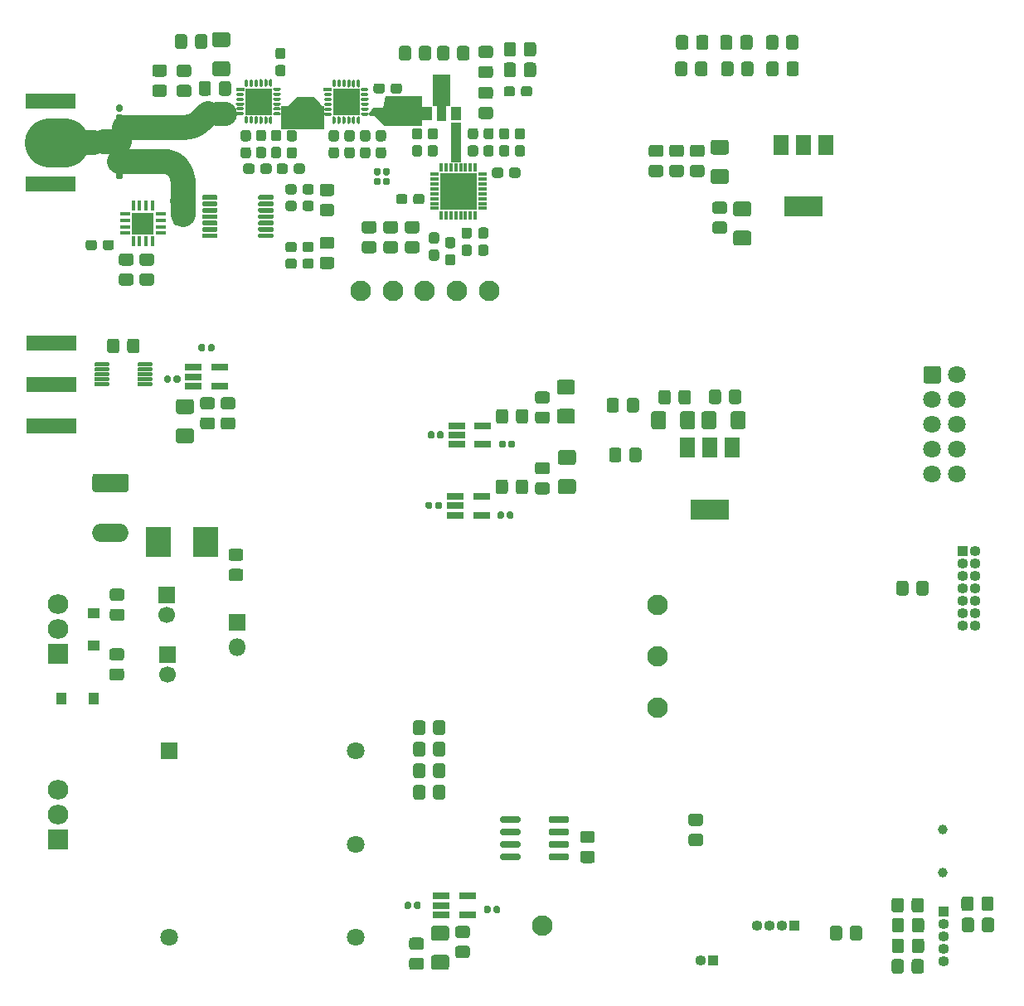
<source format=gbr>
%TF.GenerationSoftware,KiCad,Pcbnew,5.1.6-c6e7f7d~87~ubuntu20.04.1*%
%TF.CreationDate,2020-11-09T11:07:28+00:00*%
%TF.ProjectId,FrequencyCounter,46726571-7565-46e6-9379-436f756e7465,rev?*%
%TF.SameCoordinates,Original*%
%TF.FileFunction,Soldermask,Top*%
%TF.FilePolarity,Negative*%
%FSLAX46Y46*%
G04 Gerber Fmt 4.6, Leading zero omitted, Abs format (unit mm)*
G04 Created by KiCad (PCBNEW 5.1.6-c6e7f7d~87~ubuntu20.04.1) date 2020-11-09 11:07:28*
%MOMM*%
%LPD*%
G01*
G04 APERTURE LIST*
%ADD10C,0.100000*%
%ADD11C,0.400000*%
%ADD12C,2.535589*%
%ADD13C,5.000000*%
%ADD14C,2.500000*%
%ADD15C,2.450000*%
%ADD16R,1.600000X2.100000*%
%ADD17R,3.900000X2.100000*%
%ADD18R,2.700000X2.700000*%
%ADD19R,0.856037X0.339283*%
%ADD20R,0.350000X1.100000*%
%ADD21R,1.100000X0.350000*%
%ADD22R,2.200000X2.200000*%
%ADD23R,1.700000X1.700000*%
%ADD24C,1.700000*%
%ADD25R,1.000000X1.300000*%
%ADD26R,1.300000X1.000000*%
%ADD27R,5.180000X1.600000*%
%ADD28C,1.800000*%
%ADD29C,1.000000*%
%ADD30R,1.100000X1.100000*%
%ADD31O,1.100000X1.100000*%
%ADD32R,1.800000X1.800000*%
%ADD33O,1.800000X1.800000*%
%ADD34C,2.100000*%
%ADD35R,2.100000X2.005000*%
%ADD36O,2.100000X2.005000*%
%ADD37R,0.804800X0.349200*%
%ADD38R,0.349200X0.804800*%
%ADD39R,3.850000X3.850000*%
%ADD40R,2.800000X2.800000*%
%ADD41R,1.000000X1.400000*%
%ADD42R,2.500000X3.100000*%
%ADD43R,1.660000X0.750000*%
%ADD44O,3.700000X1.900000*%
G04 APERTURE END LIST*
D10*
G36*
X81210000Y-37010000D02*
G01*
X80310000Y-37010000D01*
X80300000Y-32970000D01*
X81210000Y-32970000D01*
X81210000Y-37010000D01*
G37*
X81210000Y-37010000D02*
X80310000Y-37010000D01*
X80300000Y-32970000D01*
X81210000Y-32970000D01*
X81210000Y-37010000D01*
G36*
X77180000Y-33230000D02*
G01*
X73390000Y-33230000D01*
X72030000Y-31870000D01*
X72290000Y-31510000D01*
X73330000Y-31510000D01*
X73540000Y-30300000D01*
X77180000Y-30300000D01*
X77180000Y-33230000D01*
G37*
X77180000Y-33230000D02*
X73390000Y-33230000D01*
X72030000Y-31870000D01*
X72290000Y-31510000D01*
X73330000Y-31510000D01*
X73540000Y-30300000D01*
X77180000Y-30300000D01*
X77180000Y-33230000D01*
G36*
X67060000Y-31300000D02*
G01*
X63550000Y-31300000D01*
X64480000Y-30360000D01*
X66250000Y-30350000D01*
X67060000Y-31300000D01*
G37*
X67060000Y-31300000D02*
X63550000Y-31300000D01*
X64480000Y-30360000D01*
X66250000Y-30350000D01*
X67060000Y-31300000D01*
G36*
X67215000Y-33610000D02*
G01*
X62942500Y-33610000D01*
X62937500Y-31310000D01*
X67210000Y-31310000D01*
X67215000Y-33610000D01*
G37*
X67215000Y-33610000D02*
X62942500Y-33610000D01*
X62937500Y-31310000D01*
X67210000Y-31310000D01*
X67215000Y-33610000D01*
D11*
X72050000Y-32075000D02*
X77200000Y-32100000D01*
D12*
X50885000Y-36960000D02*
X46410000Y-36960000D01*
X51197868Y-36984623D02*
X50885000Y-36960000D01*
X51503033Y-37057886D02*
X51197868Y-36984623D01*
X51792980Y-37177986D02*
X51503033Y-37057886D01*
X52060570Y-37341966D02*
X51792980Y-37177986D01*
X52299213Y-37545786D02*
X52060570Y-37341966D01*
X52503033Y-37784429D02*
X52299213Y-37545786D01*
X52667013Y-38052019D02*
X52503033Y-37784429D01*
X52787113Y-38341966D02*
X52667013Y-38052019D01*
X52860376Y-38647131D02*
X52787113Y-38341966D01*
X52885000Y-38960000D02*
X52860376Y-38647131D01*
X52885000Y-38960000D02*
X52885000Y-41000000D01*
X52885000Y-41000000D02*
X52885000Y-42399106D01*
D13*
X39200000Y-35000000D02*
X40825000Y-35000000D01*
D14*
X44770000Y-34975000D02*
X46375000Y-34975000D01*
D12*
X41825000Y-35025000D02*
X43750000Y-35025000D01*
D15*
X56400000Y-32100000D02*
X57150000Y-32100000D01*
D12*
X53030000Y-33500000D02*
X46875000Y-33475000D01*
X53500989Y-33453611D02*
X53030000Y-33500000D01*
X53953879Y-33316228D02*
X53500989Y-33453611D01*
X54371264Y-33093131D02*
X53953879Y-33316228D01*
X54737106Y-32792893D02*
X54371264Y-33093131D01*
X54737106Y-32792893D02*
X55430000Y-32100000D01*
%TO.C,C94*%
G36*
G01*
X90078262Y-68925000D02*
X89121738Y-68925000D01*
G75*
G02*
X88850000Y-68653262I0J271738D01*
G01*
X88850000Y-67946738D01*
G75*
G02*
X89121738Y-67675000I271738J0D01*
G01*
X90078262Y-67675000D01*
G75*
G02*
X90350000Y-67946738I0J-271738D01*
G01*
X90350000Y-68653262D01*
G75*
G02*
X90078262Y-68925000I-271738J0D01*
G01*
G37*
G36*
G01*
X90078262Y-70975000D02*
X89121738Y-70975000D01*
G75*
G02*
X88850000Y-70703262I0J271738D01*
G01*
X88850000Y-69996738D01*
G75*
G02*
X89121738Y-69725000I271738J0D01*
G01*
X90078262Y-69725000D01*
G75*
G02*
X90350000Y-69996738I0J-271738D01*
G01*
X90350000Y-70703262D01*
G75*
G02*
X90078262Y-70975000I-271738J0D01*
G01*
G37*
%TD*%
D16*
%TO.C,U6*%
X118550000Y-35250000D03*
X113950000Y-35250000D03*
X116250000Y-35250000D03*
D17*
X116250000Y-41550000D03*
%TD*%
D18*
%TO.C,U17*%
X60600000Y-30840000D03*
D19*
X58721955Y-29590000D03*
G36*
G01*
X58293937Y-30090000D02*
X58293937Y-30090000D01*
G75*
G02*
X58463578Y-29920359I169641J0D01*
G01*
X58980332Y-29920359D01*
G75*
G02*
X59149973Y-30090000I0J-169641D01*
G01*
X59149973Y-30090000D01*
G75*
G02*
X58980332Y-30259641I-169641J0D01*
G01*
X58463578Y-30259641D01*
G75*
G02*
X58293937Y-30090000I0J169641D01*
G01*
G37*
G36*
G01*
X58293937Y-30590000D02*
X58293937Y-30590000D01*
G75*
G02*
X58463578Y-30420359I169641J0D01*
G01*
X58980332Y-30420359D01*
G75*
G02*
X59149973Y-30590000I0J-169641D01*
G01*
X59149973Y-30590000D01*
G75*
G02*
X58980332Y-30759641I-169641J0D01*
G01*
X58463578Y-30759641D01*
G75*
G02*
X58293937Y-30590000I0J169641D01*
G01*
G37*
G36*
G01*
X58293937Y-31090000D02*
X58293937Y-31090000D01*
G75*
G02*
X58463578Y-30920359I169641J0D01*
G01*
X58980332Y-30920359D01*
G75*
G02*
X59149973Y-31090000I0J-169641D01*
G01*
X59149973Y-31090000D01*
G75*
G02*
X58980332Y-31259641I-169641J0D01*
G01*
X58463578Y-31259641D01*
G75*
G02*
X58293937Y-31090000I0J169641D01*
G01*
G37*
G36*
G01*
X58293937Y-31590000D02*
X58293937Y-31590000D01*
G75*
G02*
X58463578Y-31420359I169641J0D01*
G01*
X58980332Y-31420359D01*
G75*
G02*
X59149973Y-31590000I0J-169641D01*
G01*
X59149973Y-31590000D01*
G75*
G02*
X58980332Y-31759641I-169641J0D01*
G01*
X58463578Y-31759641D01*
G75*
G02*
X58293937Y-31590000I0J169641D01*
G01*
G37*
G36*
G01*
X58293937Y-32090000D02*
X58293937Y-32090000D01*
G75*
G02*
X58463578Y-31920359I169641J0D01*
G01*
X58980332Y-31920359D01*
G75*
G02*
X59149973Y-32090000I0J-169641D01*
G01*
X59149973Y-32090000D01*
G75*
G02*
X58980332Y-32259641I-169641J0D01*
G01*
X58463578Y-32259641D01*
G75*
G02*
X58293937Y-32090000I0J169641D01*
G01*
G37*
G36*
G01*
X59180359Y-32976422D02*
X59180359Y-32459668D01*
G75*
G02*
X59350000Y-32290027I169641J0D01*
G01*
X59350000Y-32290027D01*
G75*
G02*
X59519641Y-32459668I0J-169641D01*
G01*
X59519641Y-32976422D01*
G75*
G02*
X59350000Y-33146063I-169641J0D01*
G01*
X59350000Y-33146063D01*
G75*
G02*
X59180359Y-32976422I0J169641D01*
G01*
G37*
G36*
G01*
X59680359Y-32976422D02*
X59680359Y-32459668D01*
G75*
G02*
X59850000Y-32290027I169641J0D01*
G01*
X59850000Y-32290027D01*
G75*
G02*
X60019641Y-32459668I0J-169641D01*
G01*
X60019641Y-32976422D01*
G75*
G02*
X59850000Y-33146063I-169641J0D01*
G01*
X59850000Y-33146063D01*
G75*
G02*
X59680359Y-32976422I0J169641D01*
G01*
G37*
G36*
G01*
X60180359Y-32976422D02*
X60180359Y-32459668D01*
G75*
G02*
X60350000Y-32290027I169641J0D01*
G01*
X60350000Y-32290027D01*
G75*
G02*
X60519641Y-32459668I0J-169641D01*
G01*
X60519641Y-32976422D01*
G75*
G02*
X60350000Y-33146063I-169641J0D01*
G01*
X60350000Y-33146063D01*
G75*
G02*
X60180359Y-32976422I0J169641D01*
G01*
G37*
G36*
G01*
X60680359Y-32976422D02*
X60680359Y-32459668D01*
G75*
G02*
X60850000Y-32290027I169641J0D01*
G01*
X60850000Y-32290027D01*
G75*
G02*
X61019641Y-32459668I0J-169641D01*
G01*
X61019641Y-32976422D01*
G75*
G02*
X60850000Y-33146063I-169641J0D01*
G01*
X60850000Y-33146063D01*
G75*
G02*
X60680359Y-32976422I0J169641D01*
G01*
G37*
G36*
G01*
X61180359Y-32976422D02*
X61180359Y-32459668D01*
G75*
G02*
X61350000Y-32290027I169641J0D01*
G01*
X61350000Y-32290027D01*
G75*
G02*
X61519641Y-32459668I0J-169641D01*
G01*
X61519641Y-32976422D01*
G75*
G02*
X61350000Y-33146063I-169641J0D01*
G01*
X61350000Y-33146063D01*
G75*
G02*
X61180359Y-32976422I0J169641D01*
G01*
G37*
G36*
G01*
X61680359Y-32976422D02*
X61680359Y-32459668D01*
G75*
G02*
X61850000Y-32290027I169641J0D01*
G01*
X61850000Y-32290027D01*
G75*
G02*
X62019641Y-32459668I0J-169641D01*
G01*
X62019641Y-32976422D01*
G75*
G02*
X61850000Y-33146063I-169641J0D01*
G01*
X61850000Y-33146063D01*
G75*
G02*
X61680359Y-32976422I0J169641D01*
G01*
G37*
G36*
G01*
X61680359Y-29220332D02*
X61680359Y-28703578D01*
G75*
G02*
X61850000Y-28533937I169641J0D01*
G01*
X61850000Y-28533937D01*
G75*
G02*
X62019641Y-28703578I0J-169641D01*
G01*
X62019641Y-29220332D01*
G75*
G02*
X61850000Y-29389973I-169641J0D01*
G01*
X61850000Y-29389973D01*
G75*
G02*
X61680359Y-29220332I0J169641D01*
G01*
G37*
G36*
G01*
X61180359Y-29220332D02*
X61180359Y-28703578D01*
G75*
G02*
X61350000Y-28533937I169641J0D01*
G01*
X61350000Y-28533937D01*
G75*
G02*
X61519641Y-28703578I0J-169641D01*
G01*
X61519641Y-29220332D01*
G75*
G02*
X61350000Y-29389973I-169641J0D01*
G01*
X61350000Y-29389973D01*
G75*
G02*
X61180359Y-29220332I0J169641D01*
G01*
G37*
G36*
G01*
X60680359Y-29220332D02*
X60680359Y-28703578D01*
G75*
G02*
X60850000Y-28533937I169641J0D01*
G01*
X60850000Y-28533937D01*
G75*
G02*
X61019641Y-28703578I0J-169641D01*
G01*
X61019641Y-29220332D01*
G75*
G02*
X60850000Y-29389973I-169641J0D01*
G01*
X60850000Y-29389973D01*
G75*
G02*
X60680359Y-29220332I0J169641D01*
G01*
G37*
G36*
G01*
X60180359Y-29220332D02*
X60180359Y-28703578D01*
G75*
G02*
X60350000Y-28533937I169641J0D01*
G01*
X60350000Y-28533937D01*
G75*
G02*
X60519641Y-28703578I0J-169641D01*
G01*
X60519641Y-29220332D01*
G75*
G02*
X60350000Y-29389973I-169641J0D01*
G01*
X60350000Y-29389973D01*
G75*
G02*
X60180359Y-29220332I0J169641D01*
G01*
G37*
G36*
G01*
X59680359Y-29220332D02*
X59680359Y-28703578D01*
G75*
G02*
X59850000Y-28533937I169641J0D01*
G01*
X59850000Y-28533937D01*
G75*
G02*
X60019641Y-28703578I0J-169641D01*
G01*
X60019641Y-29220332D01*
G75*
G02*
X59850000Y-29389973I-169641J0D01*
G01*
X59850000Y-29389973D01*
G75*
G02*
X59680359Y-29220332I0J169641D01*
G01*
G37*
G36*
G01*
X59180359Y-29220332D02*
X59180359Y-28703578D01*
G75*
G02*
X59350000Y-28533937I169641J0D01*
G01*
X59350000Y-28533937D01*
G75*
G02*
X59519641Y-28703578I0J-169641D01*
G01*
X59519641Y-29220332D01*
G75*
G02*
X59350000Y-29389973I-169641J0D01*
G01*
X59350000Y-29389973D01*
G75*
G02*
X59180359Y-29220332I0J169641D01*
G01*
G37*
G36*
G01*
X62050028Y-32090000D02*
X62050028Y-32090000D01*
G75*
G02*
X62219669Y-31920359I169641J0D01*
G01*
X62736423Y-31920359D01*
G75*
G02*
X62906064Y-32090000I0J-169641D01*
G01*
X62906064Y-32090000D01*
G75*
G02*
X62736423Y-32259641I-169641J0D01*
G01*
X62219669Y-32259641D01*
G75*
G02*
X62050028Y-32090000I0J169641D01*
G01*
G37*
G36*
G01*
X62050028Y-31590000D02*
X62050028Y-31590000D01*
G75*
G02*
X62219669Y-31420359I169641J0D01*
G01*
X62736423Y-31420359D01*
G75*
G02*
X62906064Y-31590000I0J-169641D01*
G01*
X62906064Y-31590000D01*
G75*
G02*
X62736423Y-31759641I-169641J0D01*
G01*
X62219669Y-31759641D01*
G75*
G02*
X62050028Y-31590000I0J169641D01*
G01*
G37*
G36*
G01*
X62050028Y-31090000D02*
X62050028Y-31090000D01*
G75*
G02*
X62219669Y-30920359I169641J0D01*
G01*
X62736423Y-30920359D01*
G75*
G02*
X62906064Y-31090000I0J-169641D01*
G01*
X62906064Y-31090000D01*
G75*
G02*
X62736423Y-31259641I-169641J0D01*
G01*
X62219669Y-31259641D01*
G75*
G02*
X62050028Y-31090000I0J169641D01*
G01*
G37*
G36*
G01*
X62050028Y-30590000D02*
X62050028Y-30590000D01*
G75*
G02*
X62219669Y-30420359I169641J0D01*
G01*
X62736423Y-30420359D01*
G75*
G02*
X62906064Y-30590000I0J-169641D01*
G01*
X62906064Y-30590000D01*
G75*
G02*
X62736423Y-30759641I-169641J0D01*
G01*
X62219669Y-30759641D01*
G75*
G02*
X62050028Y-30590000I0J169641D01*
G01*
G37*
G36*
G01*
X62050028Y-30090000D02*
X62050028Y-30090000D01*
G75*
G02*
X62219669Y-29920359I169641J0D01*
G01*
X62736423Y-29920359D01*
G75*
G02*
X62906064Y-30090000I0J-169641D01*
G01*
X62906064Y-30090000D01*
G75*
G02*
X62736423Y-30259641I-169641J0D01*
G01*
X62219669Y-30259641D01*
G75*
G02*
X62050028Y-30090000I0J169641D01*
G01*
G37*
G36*
G01*
X62050028Y-29590000D02*
X62050028Y-29590000D01*
G75*
G02*
X62219669Y-29420359I169641J0D01*
G01*
X62736423Y-29420359D01*
G75*
G02*
X62906064Y-29590000I0J-169641D01*
G01*
X62906064Y-29590000D01*
G75*
G02*
X62736423Y-29759641I-169641J0D01*
G01*
X62219669Y-29759641D01*
G75*
G02*
X62050028Y-29590000I0J169641D01*
G01*
G37*
%TD*%
D20*
%TO.C,U2*%
X49774999Y-41497601D03*
X49125001Y-41497601D03*
X48474999Y-41497601D03*
X47825001Y-41497601D03*
D21*
X46997601Y-42325001D03*
X46997601Y-42974999D03*
X46997601Y-43625001D03*
X46997601Y-44274999D03*
D20*
X47825001Y-45102399D03*
X48474999Y-45102399D03*
X49125001Y-45102399D03*
X49774999Y-45102399D03*
D21*
X50602399Y-44274999D03*
X50602399Y-43625001D03*
X50602399Y-42974999D03*
X50602399Y-42325001D03*
D22*
X48800000Y-43300000D03*
%TD*%
%TO.C,U7*%
G36*
G01*
X54850000Y-40775000D02*
X54850000Y-40525000D01*
G75*
G02*
X54975000Y-40400000I125000J0D01*
G01*
X56300000Y-40400000D01*
G75*
G02*
X56425000Y-40525000I0J-125000D01*
G01*
X56425000Y-40775000D01*
G75*
G02*
X56300000Y-40900000I-125000J0D01*
G01*
X54975000Y-40900000D01*
G75*
G02*
X54850000Y-40775000I0J125000D01*
G01*
G37*
G36*
G01*
X54850000Y-41425000D02*
X54850000Y-41175000D01*
G75*
G02*
X54975000Y-41050000I125000J0D01*
G01*
X56300000Y-41050000D01*
G75*
G02*
X56425000Y-41175000I0J-125000D01*
G01*
X56425000Y-41425000D01*
G75*
G02*
X56300000Y-41550000I-125000J0D01*
G01*
X54975000Y-41550000D01*
G75*
G02*
X54850000Y-41425000I0J125000D01*
G01*
G37*
G36*
G01*
X54850000Y-42075000D02*
X54850000Y-41825000D01*
G75*
G02*
X54975000Y-41700000I125000J0D01*
G01*
X56300000Y-41700000D01*
G75*
G02*
X56425000Y-41825000I0J-125000D01*
G01*
X56425000Y-42075000D01*
G75*
G02*
X56300000Y-42200000I-125000J0D01*
G01*
X54975000Y-42200000D01*
G75*
G02*
X54850000Y-42075000I0J125000D01*
G01*
G37*
G36*
G01*
X54850000Y-42725000D02*
X54850000Y-42475000D01*
G75*
G02*
X54975000Y-42350000I125000J0D01*
G01*
X56300000Y-42350000D01*
G75*
G02*
X56425000Y-42475000I0J-125000D01*
G01*
X56425000Y-42725000D01*
G75*
G02*
X56300000Y-42850000I-125000J0D01*
G01*
X54975000Y-42850000D01*
G75*
G02*
X54850000Y-42725000I0J125000D01*
G01*
G37*
G36*
G01*
X54850000Y-43375000D02*
X54850000Y-43125000D01*
G75*
G02*
X54975000Y-43000000I125000J0D01*
G01*
X56300000Y-43000000D01*
G75*
G02*
X56425000Y-43125000I0J-125000D01*
G01*
X56425000Y-43375000D01*
G75*
G02*
X56300000Y-43500000I-125000J0D01*
G01*
X54975000Y-43500000D01*
G75*
G02*
X54850000Y-43375000I0J125000D01*
G01*
G37*
G36*
G01*
X54850000Y-44025000D02*
X54850000Y-43775000D01*
G75*
G02*
X54975000Y-43650000I125000J0D01*
G01*
X56300000Y-43650000D01*
G75*
G02*
X56425000Y-43775000I0J-125000D01*
G01*
X56425000Y-44025000D01*
G75*
G02*
X56300000Y-44150000I-125000J0D01*
G01*
X54975000Y-44150000D01*
G75*
G02*
X54850000Y-44025000I0J125000D01*
G01*
G37*
G36*
G01*
X54850000Y-44675000D02*
X54850000Y-44425000D01*
G75*
G02*
X54975000Y-44300000I125000J0D01*
G01*
X56300000Y-44300000D01*
G75*
G02*
X56425000Y-44425000I0J-125000D01*
G01*
X56425000Y-44675000D01*
G75*
G02*
X56300000Y-44800000I-125000J0D01*
G01*
X54975000Y-44800000D01*
G75*
G02*
X54850000Y-44675000I0J125000D01*
G01*
G37*
G36*
G01*
X60575000Y-44675000D02*
X60575000Y-44425000D01*
G75*
G02*
X60700000Y-44300000I125000J0D01*
G01*
X62025000Y-44300000D01*
G75*
G02*
X62150000Y-44425000I0J-125000D01*
G01*
X62150000Y-44675000D01*
G75*
G02*
X62025000Y-44800000I-125000J0D01*
G01*
X60700000Y-44800000D01*
G75*
G02*
X60575000Y-44675000I0J125000D01*
G01*
G37*
G36*
G01*
X60575000Y-44025000D02*
X60575000Y-43775000D01*
G75*
G02*
X60700000Y-43650000I125000J0D01*
G01*
X62025000Y-43650000D01*
G75*
G02*
X62150000Y-43775000I0J-125000D01*
G01*
X62150000Y-44025000D01*
G75*
G02*
X62025000Y-44150000I-125000J0D01*
G01*
X60700000Y-44150000D01*
G75*
G02*
X60575000Y-44025000I0J125000D01*
G01*
G37*
G36*
G01*
X60575000Y-43375000D02*
X60575000Y-43125000D01*
G75*
G02*
X60700000Y-43000000I125000J0D01*
G01*
X62025000Y-43000000D01*
G75*
G02*
X62150000Y-43125000I0J-125000D01*
G01*
X62150000Y-43375000D01*
G75*
G02*
X62025000Y-43500000I-125000J0D01*
G01*
X60700000Y-43500000D01*
G75*
G02*
X60575000Y-43375000I0J125000D01*
G01*
G37*
G36*
G01*
X60575000Y-42725000D02*
X60575000Y-42475000D01*
G75*
G02*
X60700000Y-42350000I125000J0D01*
G01*
X62025000Y-42350000D01*
G75*
G02*
X62150000Y-42475000I0J-125000D01*
G01*
X62150000Y-42725000D01*
G75*
G02*
X62025000Y-42850000I-125000J0D01*
G01*
X60700000Y-42850000D01*
G75*
G02*
X60575000Y-42725000I0J125000D01*
G01*
G37*
G36*
G01*
X60575000Y-42075000D02*
X60575000Y-41825000D01*
G75*
G02*
X60700000Y-41700000I125000J0D01*
G01*
X62025000Y-41700000D01*
G75*
G02*
X62150000Y-41825000I0J-125000D01*
G01*
X62150000Y-42075000D01*
G75*
G02*
X62025000Y-42200000I-125000J0D01*
G01*
X60700000Y-42200000D01*
G75*
G02*
X60575000Y-42075000I0J125000D01*
G01*
G37*
G36*
G01*
X60575000Y-41425000D02*
X60575000Y-41175000D01*
G75*
G02*
X60700000Y-41050000I125000J0D01*
G01*
X62025000Y-41050000D01*
G75*
G02*
X62150000Y-41175000I0J-125000D01*
G01*
X62150000Y-41425000D01*
G75*
G02*
X62025000Y-41550000I-125000J0D01*
G01*
X60700000Y-41550000D01*
G75*
G02*
X60575000Y-41425000I0J125000D01*
G01*
G37*
G36*
G01*
X60575000Y-40775000D02*
X60575000Y-40525000D01*
G75*
G02*
X60700000Y-40400000I125000J0D01*
G01*
X62025000Y-40400000D01*
G75*
G02*
X62150000Y-40525000I0J-125000D01*
G01*
X62150000Y-40775000D01*
G75*
G02*
X62025000Y-40900000I-125000J0D01*
G01*
X60700000Y-40900000D01*
G75*
G02*
X60575000Y-40775000I0J125000D01*
G01*
G37*
%TD*%
%TO.C,R40*%
G36*
G01*
X54500000Y-29978262D02*
X54500000Y-29021738D01*
G75*
G02*
X54771738Y-28750000I271738J0D01*
G01*
X55478262Y-28750000D01*
G75*
G02*
X55750000Y-29021738I0J-271738D01*
G01*
X55750000Y-29978262D01*
G75*
G02*
X55478262Y-30250000I-271738J0D01*
G01*
X54771738Y-30250000D01*
G75*
G02*
X54500000Y-29978262I0J271738D01*
G01*
G37*
G36*
G01*
X56550000Y-29978262D02*
X56550000Y-29021738D01*
G75*
G02*
X56821738Y-28750000I271738J0D01*
G01*
X57528262Y-28750000D01*
G75*
G02*
X57800000Y-29021738I0J-271738D01*
G01*
X57800000Y-29978262D01*
G75*
G02*
X57528262Y-30250000I-271738J0D01*
G01*
X56821738Y-30250000D01*
G75*
G02*
X56550000Y-29978262I0J271738D01*
G01*
G37*
%TD*%
%TO.C,C87*%
G36*
G01*
X55085000Y-32297500D02*
X55085000Y-31902500D01*
G75*
G02*
X55257500Y-31730000I172500J0D01*
G01*
X55602500Y-31730000D01*
G75*
G02*
X55775000Y-31902500I0J-172500D01*
G01*
X55775000Y-32297500D01*
G75*
G02*
X55602500Y-32470000I-172500J0D01*
G01*
X55257500Y-32470000D01*
G75*
G02*
X55085000Y-32297500I0J172500D01*
G01*
G37*
G36*
G01*
X56055000Y-32297500D02*
X56055000Y-31902500D01*
G75*
G02*
X56227500Y-31730000I172500J0D01*
G01*
X56572500Y-31730000D01*
G75*
G02*
X56745000Y-31902500I0J-172500D01*
G01*
X56745000Y-32297500D01*
G75*
G02*
X56572500Y-32470000I-172500J0D01*
G01*
X56227500Y-32470000D01*
G75*
G02*
X56055000Y-32297500I0J172500D01*
G01*
G37*
%TD*%
%TO.C,R3*%
G36*
G01*
X46597500Y-36790000D02*
X46202500Y-36790000D01*
G75*
G02*
X46030000Y-36617500I0J172500D01*
G01*
X46030000Y-36272500D01*
G75*
G02*
X46202500Y-36100000I172500J0D01*
G01*
X46597500Y-36100000D01*
G75*
G02*
X46770000Y-36272500I0J-172500D01*
G01*
X46770000Y-36617500D01*
G75*
G02*
X46597500Y-36790000I-172500J0D01*
G01*
G37*
G36*
G01*
X46597500Y-35820000D02*
X46202500Y-35820000D01*
G75*
G02*
X46030000Y-35647500I0J172500D01*
G01*
X46030000Y-35302500D01*
G75*
G02*
X46202500Y-35130000I172500J0D01*
G01*
X46597500Y-35130000D01*
G75*
G02*
X46770000Y-35302500I0J-172500D01*
G01*
X46770000Y-35647500D01*
G75*
G02*
X46597500Y-35820000I-172500J0D01*
G01*
G37*
%TD*%
%TO.C,C48*%
G36*
G01*
X60200000Y-37437500D02*
X60200000Y-37962500D01*
G75*
G02*
X59937500Y-38225000I-262500J0D01*
G01*
X59312500Y-38225000D01*
G75*
G02*
X59050000Y-37962500I0J262500D01*
G01*
X59050000Y-37437500D01*
G75*
G02*
X59312500Y-37175000I262500J0D01*
G01*
X59937500Y-37175000D01*
G75*
G02*
X60200000Y-37437500I0J-262500D01*
G01*
G37*
G36*
G01*
X61950000Y-37437500D02*
X61950000Y-37962500D01*
G75*
G02*
X61687500Y-38225000I-262500J0D01*
G01*
X61062500Y-38225000D01*
G75*
G02*
X60800000Y-37962500I0J262500D01*
G01*
X60800000Y-37437500D01*
G75*
G02*
X61062500Y-37175000I262500J0D01*
G01*
X61687500Y-37175000D01*
G75*
G02*
X61950000Y-37437500I0J-262500D01*
G01*
G37*
%TD*%
%TO.C,C47*%
G36*
G01*
X64200000Y-37962500D02*
X64200000Y-37437500D01*
G75*
G02*
X64462500Y-37175000I262500J0D01*
G01*
X65087500Y-37175000D01*
G75*
G02*
X65350000Y-37437500I0J-262500D01*
G01*
X65350000Y-37962500D01*
G75*
G02*
X65087500Y-38225000I-262500J0D01*
G01*
X64462500Y-38225000D01*
G75*
G02*
X64200000Y-37962500I0J262500D01*
G01*
G37*
G36*
G01*
X62450000Y-37962500D02*
X62450000Y-37437500D01*
G75*
G02*
X62712500Y-37175000I262500J0D01*
G01*
X63337500Y-37175000D01*
G75*
G02*
X63600000Y-37437500I0J-262500D01*
G01*
X63600000Y-37962500D01*
G75*
G02*
X63337500Y-38225000I-262500J0D01*
G01*
X62712500Y-38225000D01*
G75*
G02*
X62450000Y-37962500I0J262500D01*
G01*
G37*
%TD*%
%TO.C,C43*%
G36*
G01*
X64500000Y-47137500D02*
X64500000Y-47662500D01*
G75*
G02*
X64237500Y-47925000I-262500J0D01*
G01*
X63612500Y-47925000D01*
G75*
G02*
X63350000Y-47662500I0J262500D01*
G01*
X63350000Y-47137500D01*
G75*
G02*
X63612500Y-46875000I262500J0D01*
G01*
X64237500Y-46875000D01*
G75*
G02*
X64500000Y-47137500I0J-262500D01*
G01*
G37*
G36*
G01*
X66250000Y-47137500D02*
X66250000Y-47662500D01*
G75*
G02*
X65987500Y-47925000I-262500J0D01*
G01*
X65362500Y-47925000D01*
G75*
G02*
X65100000Y-47662500I0J262500D01*
G01*
X65100000Y-47137500D01*
G75*
G02*
X65362500Y-46875000I262500J0D01*
G01*
X65987500Y-46875000D01*
G75*
G02*
X66250000Y-47137500I0J-262500D01*
G01*
G37*
%TD*%
%TO.C,C42*%
G36*
G01*
X64500000Y-39537500D02*
X64500000Y-40062500D01*
G75*
G02*
X64237500Y-40325000I-262500J0D01*
G01*
X63612500Y-40325000D01*
G75*
G02*
X63350000Y-40062500I0J262500D01*
G01*
X63350000Y-39537500D01*
G75*
G02*
X63612500Y-39275000I262500J0D01*
G01*
X64237500Y-39275000D01*
G75*
G02*
X64500000Y-39537500I0J-262500D01*
G01*
G37*
G36*
G01*
X66250000Y-39537500D02*
X66250000Y-40062500D01*
G75*
G02*
X65987500Y-40325000I-262500J0D01*
G01*
X65362500Y-40325000D01*
G75*
G02*
X65100000Y-40062500I0J262500D01*
G01*
X65100000Y-39537500D01*
G75*
G02*
X65362500Y-39275000I262500J0D01*
G01*
X65987500Y-39275000D01*
G75*
G02*
X66250000Y-39537500I0J-262500D01*
G01*
G37*
%TD*%
%TO.C,C37*%
G36*
G01*
X81597500Y-45460000D02*
X82122500Y-45460000D01*
G75*
G02*
X82385000Y-45722500I0J-262500D01*
G01*
X82385000Y-46347500D01*
G75*
G02*
X82122500Y-46610000I-262500J0D01*
G01*
X81597500Y-46610000D01*
G75*
G02*
X81335000Y-46347500I0J262500D01*
G01*
X81335000Y-45722500D01*
G75*
G02*
X81597500Y-45460000I262500J0D01*
G01*
G37*
G36*
G01*
X81597500Y-43710000D02*
X82122500Y-43710000D01*
G75*
G02*
X82385000Y-43972500I0J-262500D01*
G01*
X82385000Y-44597500D01*
G75*
G02*
X82122500Y-44860000I-262500J0D01*
G01*
X81597500Y-44860000D01*
G75*
G02*
X81335000Y-44597500I0J262500D01*
G01*
X81335000Y-43972500D01*
G75*
G02*
X81597500Y-43710000I262500J0D01*
G01*
G37*
%TD*%
%TO.C,C28*%
G36*
G01*
X78262500Y-45950000D02*
X78787500Y-45950000D01*
G75*
G02*
X79050000Y-46212500I0J-262500D01*
G01*
X79050000Y-46837500D01*
G75*
G02*
X78787500Y-47100000I-262500J0D01*
G01*
X78262500Y-47100000D01*
G75*
G02*
X78000000Y-46837500I0J262500D01*
G01*
X78000000Y-46212500D01*
G75*
G02*
X78262500Y-45950000I262500J0D01*
G01*
G37*
G36*
G01*
X78262500Y-44200000D02*
X78787500Y-44200000D01*
G75*
G02*
X79050000Y-44462500I0J-262500D01*
G01*
X79050000Y-45087500D01*
G75*
G02*
X78787500Y-45350000I-262500J0D01*
G01*
X78262500Y-45350000D01*
G75*
G02*
X78000000Y-45087500I0J262500D01*
G01*
X78000000Y-44462500D01*
G75*
G02*
X78262500Y-44200000I262500J0D01*
G01*
G37*
%TD*%
%TO.C,C25*%
G36*
G01*
X78662500Y-34700000D02*
X78137500Y-34700000D01*
G75*
G02*
X77875000Y-34437500I0J262500D01*
G01*
X77875000Y-33812500D01*
G75*
G02*
X78137500Y-33550000I262500J0D01*
G01*
X78662500Y-33550000D01*
G75*
G02*
X78925000Y-33812500I0J-262500D01*
G01*
X78925000Y-34437500D01*
G75*
G02*
X78662500Y-34700000I-262500J0D01*
G01*
G37*
G36*
G01*
X78662500Y-36450000D02*
X78137500Y-36450000D01*
G75*
G02*
X77875000Y-36187500I0J262500D01*
G01*
X77875000Y-35562500D01*
G75*
G02*
X78137500Y-35300000I262500J0D01*
G01*
X78662500Y-35300000D01*
G75*
G02*
X78925000Y-35562500I0J-262500D01*
G01*
X78925000Y-36187500D01*
G75*
G02*
X78662500Y-36450000I-262500J0D01*
G01*
G37*
%TD*%
%TO.C,C17*%
G36*
G01*
X85962500Y-34700000D02*
X85437500Y-34700000D01*
G75*
G02*
X85175000Y-34437500I0J262500D01*
G01*
X85175000Y-33812500D01*
G75*
G02*
X85437500Y-33550000I262500J0D01*
G01*
X85962500Y-33550000D01*
G75*
G02*
X86225000Y-33812500I0J-262500D01*
G01*
X86225000Y-34437500D01*
G75*
G02*
X85962500Y-34700000I-262500J0D01*
G01*
G37*
G36*
G01*
X85962500Y-36450000D02*
X85437500Y-36450000D01*
G75*
G02*
X85175000Y-36187500I0J262500D01*
G01*
X85175000Y-35562500D01*
G75*
G02*
X85437500Y-35300000I262500J0D01*
G01*
X85962500Y-35300000D01*
G75*
G02*
X86225000Y-35562500I0J-262500D01*
G01*
X86225000Y-36187500D01*
G75*
G02*
X85962500Y-36450000I-262500J0D01*
G01*
G37*
%TD*%
%TO.C,C14*%
G36*
G01*
X82762500Y-34700000D02*
X82237500Y-34700000D01*
G75*
G02*
X81975000Y-34437500I0J262500D01*
G01*
X81975000Y-33812500D01*
G75*
G02*
X82237500Y-33550000I262500J0D01*
G01*
X82762500Y-33550000D01*
G75*
G02*
X83025000Y-33812500I0J-262500D01*
G01*
X83025000Y-34437500D01*
G75*
G02*
X82762500Y-34700000I-262500J0D01*
G01*
G37*
G36*
G01*
X82762500Y-36450000D02*
X82237500Y-36450000D01*
G75*
G02*
X81975000Y-36187500I0J262500D01*
G01*
X81975000Y-35562500D01*
G75*
G02*
X82237500Y-35300000I262500J0D01*
G01*
X82762500Y-35300000D01*
G75*
G02*
X83025000Y-35562500I0J-262500D01*
G01*
X83025000Y-36187500D01*
G75*
G02*
X82762500Y-36450000I-262500J0D01*
G01*
G37*
%TD*%
D23*
%TO.C,C1*%
X51322000Y-87352000D03*
D24*
X51322000Y-89352000D03*
%TD*%
%TO.C,C2*%
G36*
G01*
X45643738Y-86702000D02*
X46600262Y-86702000D01*
G75*
G02*
X46872000Y-86973738I0J-271738D01*
G01*
X46872000Y-87680262D01*
G75*
G02*
X46600262Y-87952000I-271738J0D01*
G01*
X45643738Y-87952000D01*
G75*
G02*
X45372000Y-87680262I0J271738D01*
G01*
X45372000Y-86973738D01*
G75*
G02*
X45643738Y-86702000I271738J0D01*
G01*
G37*
G36*
G01*
X45643738Y-88752000D02*
X46600262Y-88752000D01*
G75*
G02*
X46872000Y-89023738I0J-271738D01*
G01*
X46872000Y-89730262D01*
G75*
G02*
X46600262Y-90002000I-271738J0D01*
G01*
X45643738Y-90002000D01*
G75*
G02*
X45372000Y-89730262I0J271738D01*
G01*
X45372000Y-89023738D01*
G75*
G02*
X45643738Y-88752000I271738J0D01*
G01*
G37*
%TD*%
%TO.C,C3*%
X51222000Y-83252000D03*
D23*
X51222000Y-81252000D03*
%TD*%
%TO.C,C4*%
G36*
G01*
X45693738Y-80602000D02*
X46650262Y-80602000D01*
G75*
G02*
X46922000Y-80873738I0J-271738D01*
G01*
X46922000Y-81580262D01*
G75*
G02*
X46650262Y-81852000I-271738J0D01*
G01*
X45693738Y-81852000D01*
G75*
G02*
X45422000Y-81580262I0J271738D01*
G01*
X45422000Y-80873738D01*
G75*
G02*
X45693738Y-80602000I271738J0D01*
G01*
G37*
G36*
G01*
X45693738Y-82652000D02*
X46650262Y-82652000D01*
G75*
G02*
X46922000Y-82923738I0J-271738D01*
G01*
X46922000Y-83630262D01*
G75*
G02*
X46650262Y-83902000I-271738J0D01*
G01*
X45693738Y-83902000D01*
G75*
G02*
X45422000Y-83630262I0J271738D01*
G01*
X45422000Y-82923738D01*
G75*
G02*
X45693738Y-82652000I271738J0D01*
G01*
G37*
%TD*%
%TO.C,C5*%
G36*
G01*
X43455000Y-35172500D02*
X43455000Y-34777500D01*
G75*
G02*
X43627500Y-34605000I172500J0D01*
G01*
X43972500Y-34605000D01*
G75*
G02*
X44145000Y-34777500I0J-172500D01*
G01*
X44145000Y-35172500D01*
G75*
G02*
X43972500Y-35345000I-172500J0D01*
G01*
X43627500Y-35345000D01*
G75*
G02*
X43455000Y-35172500I0J172500D01*
G01*
G37*
G36*
G01*
X44425000Y-35172500D02*
X44425000Y-34777500D01*
G75*
G02*
X44597500Y-34605000I172500J0D01*
G01*
X44942500Y-34605000D01*
G75*
G02*
X45115000Y-34777500I0J-172500D01*
G01*
X45115000Y-35172500D01*
G75*
G02*
X44942500Y-35345000I-172500J0D01*
G01*
X44597500Y-35345000D01*
G75*
G02*
X44425000Y-35172500I0J172500D01*
G01*
G37*
%TD*%
%TO.C,C8*%
G36*
G01*
X53047245Y-42073448D02*
X53326553Y-42352755D01*
G75*
G02*
X53326553Y-42596707I-121976J-121976D01*
G01*
X53082601Y-42840659D01*
G75*
G02*
X52838649Y-42840659I-121976J121976D01*
G01*
X52559341Y-42561351D01*
G75*
G02*
X52559341Y-42317399I121976J121976D01*
G01*
X52803293Y-42073447D01*
G75*
G02*
X53047245Y-42073447I121976J-121976D01*
G01*
G37*
G36*
G01*
X52361351Y-42759342D02*
X52640659Y-43038649D01*
G75*
G02*
X52640659Y-43282601I-121976J-121976D01*
G01*
X52396707Y-43526553D01*
G75*
G02*
X52152755Y-43526553I-121976J121976D01*
G01*
X51873447Y-43247245D01*
G75*
G02*
X51873447Y-43003293I121976J121976D01*
G01*
X52117399Y-42759341D01*
G75*
G02*
X52361351Y-42759341I121976J-121976D01*
G01*
G37*
%TD*%
%TO.C,C10*%
G36*
G01*
X47578262Y-47600000D02*
X46621738Y-47600000D01*
G75*
G02*
X46350000Y-47328262I0J271738D01*
G01*
X46350000Y-46621738D01*
G75*
G02*
X46621738Y-46350000I271738J0D01*
G01*
X47578262Y-46350000D01*
G75*
G02*
X47850000Y-46621738I0J-271738D01*
G01*
X47850000Y-47328262D01*
G75*
G02*
X47578262Y-47600000I-271738J0D01*
G01*
G37*
G36*
G01*
X47578262Y-49650000D02*
X46621738Y-49650000D01*
G75*
G02*
X46350000Y-49378262I0J271738D01*
G01*
X46350000Y-48671738D01*
G75*
G02*
X46621738Y-48400000I271738J0D01*
G01*
X47578262Y-48400000D01*
G75*
G02*
X47850000Y-48671738I0J-271738D01*
G01*
X47850000Y-49378262D01*
G75*
G02*
X47578262Y-49650000I-271738J0D01*
G01*
G37*
%TD*%
%TO.C,C11*%
G36*
G01*
X42950000Y-45762500D02*
X42950000Y-45237500D01*
G75*
G02*
X43212500Y-44975000I262500J0D01*
G01*
X43837500Y-44975000D01*
G75*
G02*
X44100000Y-45237500I0J-262500D01*
G01*
X44100000Y-45762500D01*
G75*
G02*
X43837500Y-46025000I-262500J0D01*
G01*
X43212500Y-46025000D01*
G75*
G02*
X42950000Y-45762500I0J262500D01*
G01*
G37*
G36*
G01*
X44700000Y-45762500D02*
X44700000Y-45237500D01*
G75*
G02*
X44962500Y-44975000I262500J0D01*
G01*
X45587500Y-44975000D01*
G75*
G02*
X45850000Y-45237500I0J-262500D01*
G01*
X45850000Y-45762500D01*
G75*
G02*
X45587500Y-46025000I-262500J0D01*
G01*
X44962500Y-46025000D01*
G75*
G02*
X44700000Y-45762500I0J262500D01*
G01*
G37*
%TD*%
%TO.C,C18*%
G36*
G01*
X84362500Y-36450000D02*
X83837500Y-36450000D01*
G75*
G02*
X83575000Y-36187500I0J262500D01*
G01*
X83575000Y-35562500D01*
G75*
G02*
X83837500Y-35300000I262500J0D01*
G01*
X84362500Y-35300000D01*
G75*
G02*
X84625000Y-35562500I0J-262500D01*
G01*
X84625000Y-36187500D01*
G75*
G02*
X84362500Y-36450000I-262500J0D01*
G01*
G37*
G36*
G01*
X84362500Y-34700000D02*
X83837500Y-34700000D01*
G75*
G02*
X83575000Y-34437500I0J262500D01*
G01*
X83575000Y-33812500D01*
G75*
G02*
X83837500Y-33550000I262500J0D01*
G01*
X84362500Y-33550000D01*
G75*
G02*
X84625000Y-33812500I0J-262500D01*
G01*
X84625000Y-34437500D01*
G75*
G02*
X84362500Y-34700000I-262500J0D01*
G01*
G37*
%TD*%
%TO.C,C26*%
G36*
G01*
X84450000Y-38362500D02*
X84450000Y-37837500D01*
G75*
G02*
X84712500Y-37575000I262500J0D01*
G01*
X85337500Y-37575000D01*
G75*
G02*
X85600000Y-37837500I0J-262500D01*
G01*
X85600000Y-38362500D01*
G75*
G02*
X85337500Y-38625000I-262500J0D01*
G01*
X84712500Y-38625000D01*
G75*
G02*
X84450000Y-38362500I0J262500D01*
G01*
G37*
G36*
G01*
X86200000Y-38362500D02*
X86200000Y-37837500D01*
G75*
G02*
X86462500Y-37575000I262500J0D01*
G01*
X87087500Y-37575000D01*
G75*
G02*
X87350000Y-37837500I0J-262500D01*
G01*
X87350000Y-38362500D01*
G75*
G02*
X87087500Y-38625000I-262500J0D01*
G01*
X86462500Y-38625000D01*
G75*
G02*
X86200000Y-38362500I0J262500D01*
G01*
G37*
%TD*%
%TO.C,C27*%
G36*
G01*
X77062500Y-36450000D02*
X76537500Y-36450000D01*
G75*
G02*
X76275000Y-36187500I0J262500D01*
G01*
X76275000Y-35562500D01*
G75*
G02*
X76537500Y-35300000I262500J0D01*
G01*
X77062500Y-35300000D01*
G75*
G02*
X77325000Y-35562500I0J-262500D01*
G01*
X77325000Y-36187500D01*
G75*
G02*
X77062500Y-36450000I-262500J0D01*
G01*
G37*
G36*
G01*
X77062500Y-34700000D02*
X76537500Y-34700000D01*
G75*
G02*
X76275000Y-34437500I0J262500D01*
G01*
X76275000Y-33812500D01*
G75*
G02*
X76537500Y-33550000I262500J0D01*
G01*
X77062500Y-33550000D01*
G75*
G02*
X77325000Y-33812500I0J-262500D01*
G01*
X77325000Y-34437500D01*
G75*
G02*
X77062500Y-34700000I-262500J0D01*
G01*
G37*
%TD*%
%TO.C,C31*%
G36*
G01*
X79912500Y-46425000D02*
X80437500Y-46425000D01*
G75*
G02*
X80700000Y-46687500I0J-262500D01*
G01*
X80700000Y-47312500D01*
G75*
G02*
X80437500Y-47575000I-262500J0D01*
G01*
X79912500Y-47575000D01*
G75*
G02*
X79650000Y-47312500I0J262500D01*
G01*
X79650000Y-46687500D01*
G75*
G02*
X79912500Y-46425000I262500J0D01*
G01*
G37*
G36*
G01*
X79912500Y-44675000D02*
X80437500Y-44675000D01*
G75*
G02*
X80700000Y-44937500I0J-262500D01*
G01*
X80700000Y-45562500D01*
G75*
G02*
X80437500Y-45825000I-262500J0D01*
G01*
X79912500Y-45825000D01*
G75*
G02*
X79650000Y-45562500I0J262500D01*
G01*
X79650000Y-44937500D01*
G75*
G02*
X79912500Y-44675000I262500J0D01*
G01*
G37*
%TD*%
%TO.C,C35*%
G36*
G01*
X83297500Y-45450000D02*
X83822500Y-45450000D01*
G75*
G02*
X84085000Y-45712500I0J-262500D01*
G01*
X84085000Y-46337500D01*
G75*
G02*
X83822500Y-46600000I-262500J0D01*
G01*
X83297500Y-46600000D01*
G75*
G02*
X83035000Y-46337500I0J262500D01*
G01*
X83035000Y-45712500D01*
G75*
G02*
X83297500Y-45450000I262500J0D01*
G01*
G37*
G36*
G01*
X83297500Y-43700000D02*
X83822500Y-43700000D01*
G75*
G02*
X84085000Y-43962500I0J-262500D01*
G01*
X84085000Y-44587500D01*
G75*
G02*
X83822500Y-44850000I-262500J0D01*
G01*
X83297500Y-44850000D01*
G75*
G02*
X83035000Y-44587500I0J262500D01*
G01*
X83035000Y-43962500D01*
G75*
G02*
X83297500Y-43700000I262500J0D01*
G01*
G37*
%TD*%
%TO.C,C36*%
G36*
G01*
X100721738Y-35250000D02*
X101678262Y-35250000D01*
G75*
G02*
X101950000Y-35521738I0J-271738D01*
G01*
X101950000Y-36228262D01*
G75*
G02*
X101678262Y-36500000I-271738J0D01*
G01*
X100721738Y-36500000D01*
G75*
G02*
X100450000Y-36228262I0J271738D01*
G01*
X100450000Y-35521738D01*
G75*
G02*
X100721738Y-35250000I271738J0D01*
G01*
G37*
G36*
G01*
X100721738Y-37300000D02*
X101678262Y-37300000D01*
G75*
G02*
X101950000Y-37571738I0J-271738D01*
G01*
X101950000Y-38278262D01*
G75*
G02*
X101678262Y-38550000I-271738J0D01*
G01*
X100721738Y-38550000D01*
G75*
G02*
X100450000Y-38278262I0J271738D01*
G01*
X100450000Y-37571738D01*
G75*
G02*
X100721738Y-37300000I271738J0D01*
G01*
G37*
%TD*%
%TO.C,C38*%
G36*
G01*
X75800000Y-40537500D02*
X75800000Y-41062500D01*
G75*
G02*
X75537500Y-41325000I-262500J0D01*
G01*
X74912500Y-41325000D01*
G75*
G02*
X74650000Y-41062500I0J262500D01*
G01*
X74650000Y-40537500D01*
G75*
G02*
X74912500Y-40275000I262500J0D01*
G01*
X75537500Y-40275000D01*
G75*
G02*
X75800000Y-40537500I0J-262500D01*
G01*
G37*
G36*
G01*
X77550000Y-40537500D02*
X77550000Y-41062500D01*
G75*
G02*
X77287500Y-41325000I-262500J0D01*
G01*
X76662500Y-41325000D01*
G75*
G02*
X76400000Y-41062500I0J262500D01*
G01*
X76400000Y-40537500D01*
G75*
G02*
X76662500Y-40275000I262500J0D01*
G01*
X77287500Y-40275000D01*
G75*
G02*
X77550000Y-40537500I0J-262500D01*
G01*
G37*
%TD*%
%TO.C,C39*%
G36*
G01*
X105878262Y-38550000D02*
X104921738Y-38550000D01*
G75*
G02*
X104650000Y-38278262I0J271738D01*
G01*
X104650000Y-37571738D01*
G75*
G02*
X104921738Y-37300000I271738J0D01*
G01*
X105878262Y-37300000D01*
G75*
G02*
X106150000Y-37571738I0J-271738D01*
G01*
X106150000Y-38278262D01*
G75*
G02*
X105878262Y-38550000I-271738J0D01*
G01*
G37*
G36*
G01*
X105878262Y-36500000D02*
X104921738Y-36500000D01*
G75*
G02*
X104650000Y-36228262I0J271738D01*
G01*
X104650000Y-35521738D01*
G75*
G02*
X104921738Y-35250000I271738J0D01*
G01*
X105878262Y-35250000D01*
G75*
G02*
X106150000Y-35521738I0J-271738D01*
G01*
X106150000Y-36228262D01*
G75*
G02*
X105878262Y-36500000I-271738J0D01*
G01*
G37*
%TD*%
%TO.C,C40*%
G36*
G01*
X108357456Y-36275000D02*
X107042544Y-36275000D01*
G75*
G02*
X106775000Y-36007456I0J267544D01*
G01*
X106775000Y-35017544D01*
G75*
G02*
X107042544Y-34750000I267544J0D01*
G01*
X108357456Y-34750000D01*
G75*
G02*
X108625000Y-35017544I0J-267544D01*
G01*
X108625000Y-36007456D01*
G75*
G02*
X108357456Y-36275000I-267544J0D01*
G01*
G37*
G36*
G01*
X108357456Y-39250000D02*
X107042544Y-39250000D01*
G75*
G02*
X106775000Y-38982456I0J267544D01*
G01*
X106775000Y-37992544D01*
G75*
G02*
X107042544Y-37725000I267544J0D01*
G01*
X108357456Y-37725000D01*
G75*
G02*
X108625000Y-37992544I0J-267544D01*
G01*
X108625000Y-38982456D01*
G75*
G02*
X108357456Y-39250000I-267544J0D01*
G01*
G37*
%TD*%
%TO.C,C41*%
G36*
G01*
X109342544Y-41050000D02*
X110657456Y-41050000D01*
G75*
G02*
X110925000Y-41317544I0J-267544D01*
G01*
X110925000Y-42307456D01*
G75*
G02*
X110657456Y-42575000I-267544J0D01*
G01*
X109342544Y-42575000D01*
G75*
G02*
X109075000Y-42307456I0J267544D01*
G01*
X109075000Y-41317544D01*
G75*
G02*
X109342544Y-41050000I267544J0D01*
G01*
G37*
G36*
G01*
X109342544Y-44025000D02*
X110657456Y-44025000D01*
G75*
G02*
X110925000Y-44292544I0J-267544D01*
G01*
X110925000Y-45282456D01*
G75*
G02*
X110657456Y-45550000I-267544J0D01*
G01*
X109342544Y-45550000D01*
G75*
G02*
X109075000Y-45282456I0J267544D01*
G01*
X109075000Y-44292544D01*
G75*
G02*
X109342544Y-44025000I267544J0D01*
G01*
G37*
%TD*%
%TO.C,C44*%
G36*
G01*
X107221738Y-41050000D02*
X108178262Y-41050000D01*
G75*
G02*
X108450000Y-41321738I0J-271738D01*
G01*
X108450000Y-42028262D01*
G75*
G02*
X108178262Y-42300000I-271738J0D01*
G01*
X107221738Y-42300000D01*
G75*
G02*
X106950000Y-42028262I0J271738D01*
G01*
X106950000Y-41321738D01*
G75*
G02*
X107221738Y-41050000I271738J0D01*
G01*
G37*
G36*
G01*
X107221738Y-43100000D02*
X108178262Y-43100000D01*
G75*
G02*
X108450000Y-43371738I0J-271738D01*
G01*
X108450000Y-44078262D01*
G75*
G02*
X108178262Y-44350000I-271738J0D01*
G01*
X107221738Y-44350000D01*
G75*
G02*
X106950000Y-44078262I0J271738D01*
G01*
X106950000Y-43371738D01*
G75*
G02*
X107221738Y-43100000I271738J0D01*
G01*
G37*
%TD*%
%TO.C,C45*%
G36*
G01*
X66250000Y-41237500D02*
X66250000Y-41762500D01*
G75*
G02*
X65987500Y-42025000I-262500J0D01*
G01*
X65362500Y-42025000D01*
G75*
G02*
X65100000Y-41762500I0J262500D01*
G01*
X65100000Y-41237500D01*
G75*
G02*
X65362500Y-40975000I262500J0D01*
G01*
X65987500Y-40975000D01*
G75*
G02*
X66250000Y-41237500I0J-262500D01*
G01*
G37*
G36*
G01*
X64500000Y-41237500D02*
X64500000Y-41762500D01*
G75*
G02*
X64237500Y-42025000I-262500J0D01*
G01*
X63612500Y-42025000D01*
G75*
G02*
X63350000Y-41762500I0J262500D01*
G01*
X63350000Y-41237500D01*
G75*
G02*
X63612500Y-40975000I262500J0D01*
G01*
X64237500Y-40975000D01*
G75*
G02*
X64500000Y-41237500I0J-262500D01*
G01*
G37*
%TD*%
%TO.C,C46*%
G36*
G01*
X64500000Y-45437500D02*
X64500000Y-45962500D01*
G75*
G02*
X64237500Y-46225000I-262500J0D01*
G01*
X63612500Y-46225000D01*
G75*
G02*
X63350000Y-45962500I0J262500D01*
G01*
X63350000Y-45437500D01*
G75*
G02*
X63612500Y-45175000I262500J0D01*
G01*
X64237500Y-45175000D01*
G75*
G02*
X64500000Y-45437500I0J-262500D01*
G01*
G37*
G36*
G01*
X66250000Y-45437500D02*
X66250000Y-45962500D01*
G75*
G02*
X65987500Y-46225000I-262500J0D01*
G01*
X65362500Y-46225000D01*
G75*
G02*
X65100000Y-45962500I0J262500D01*
G01*
X65100000Y-45437500D01*
G75*
G02*
X65362500Y-45175000I262500J0D01*
G01*
X65987500Y-45175000D01*
G75*
G02*
X66250000Y-45437500I0J-262500D01*
G01*
G37*
%TD*%
%TO.C,C59*%
G36*
G01*
X102225000Y-62742544D02*
X102225000Y-64057456D01*
G75*
G02*
X101957456Y-64325000I-267544J0D01*
G01*
X100967544Y-64325000D01*
G75*
G02*
X100700000Y-64057456I0J267544D01*
G01*
X100700000Y-62742544D01*
G75*
G02*
X100967544Y-62475000I267544J0D01*
G01*
X101957456Y-62475000D01*
G75*
G02*
X102225000Y-62742544I0J-267544D01*
G01*
G37*
G36*
G01*
X105200000Y-62742544D02*
X105200000Y-64057456D01*
G75*
G02*
X104932456Y-64325000I-267544J0D01*
G01*
X103942544Y-64325000D01*
G75*
G02*
X103675000Y-64057456I0J267544D01*
G01*
X103675000Y-62742544D01*
G75*
G02*
X103942544Y-62475000I267544J0D01*
G01*
X104932456Y-62475000D01*
G75*
G02*
X105200000Y-62742544I0J-267544D01*
G01*
G37*
%TD*%
%TO.C,C60*%
G36*
G01*
X104750000Y-60571738D02*
X104750000Y-61528262D01*
G75*
G02*
X104478262Y-61800000I-271738J0D01*
G01*
X103771738Y-61800000D01*
G75*
G02*
X103500000Y-61528262I0J271738D01*
G01*
X103500000Y-60571738D01*
G75*
G02*
X103771738Y-60300000I271738J0D01*
G01*
X104478262Y-60300000D01*
G75*
G02*
X104750000Y-60571738I0J-271738D01*
G01*
G37*
G36*
G01*
X102700000Y-60571738D02*
X102700000Y-61528262D01*
G75*
G02*
X102428262Y-61800000I-271738J0D01*
G01*
X101721738Y-61800000D01*
G75*
G02*
X101450000Y-61528262I0J271738D01*
G01*
X101450000Y-60571738D01*
G75*
G02*
X101721738Y-60300000I271738J0D01*
G01*
X102428262Y-60300000D01*
G75*
G02*
X102700000Y-60571738I0J-271738D01*
G01*
G37*
%TD*%
%TO.C,C61*%
G36*
G01*
X108825000Y-64057456D02*
X108825000Y-62742544D01*
G75*
G02*
X109092544Y-62475000I267544J0D01*
G01*
X110082456Y-62475000D01*
G75*
G02*
X110350000Y-62742544I0J-267544D01*
G01*
X110350000Y-64057456D01*
G75*
G02*
X110082456Y-64325000I-267544J0D01*
G01*
X109092544Y-64325000D01*
G75*
G02*
X108825000Y-64057456I0J267544D01*
G01*
G37*
G36*
G01*
X105850000Y-64057456D02*
X105850000Y-62742544D01*
G75*
G02*
X106117544Y-62475000I267544J0D01*
G01*
X107107456Y-62475000D01*
G75*
G02*
X107375000Y-62742544I0J-267544D01*
G01*
X107375000Y-64057456D01*
G75*
G02*
X107107456Y-64325000I-267544J0D01*
G01*
X106117544Y-64325000D01*
G75*
G02*
X105850000Y-64057456I0J267544D01*
G01*
G37*
%TD*%
%TO.C,C62*%
G36*
G01*
X108650000Y-61478262D02*
X108650000Y-60521738D01*
G75*
G02*
X108921738Y-60250000I271738J0D01*
G01*
X109628262Y-60250000D01*
G75*
G02*
X109900000Y-60521738I0J-271738D01*
G01*
X109900000Y-61478262D01*
G75*
G02*
X109628262Y-61750000I-271738J0D01*
G01*
X108921738Y-61750000D01*
G75*
G02*
X108650000Y-61478262I0J271738D01*
G01*
G37*
G36*
G01*
X106600000Y-61478262D02*
X106600000Y-60521738D01*
G75*
G02*
X106871738Y-60250000I271738J0D01*
G01*
X107578262Y-60250000D01*
G75*
G02*
X107850000Y-60521738I0J-271738D01*
G01*
X107850000Y-61478262D01*
G75*
G02*
X107578262Y-61750000I-271738J0D01*
G01*
X106871738Y-61750000D01*
G75*
G02*
X106600000Y-61478262I0J271738D01*
G01*
G37*
%TD*%
%TO.C,C73*%
G36*
G01*
X79797456Y-119558000D02*
X78482544Y-119558000D01*
G75*
G02*
X78215000Y-119290456I0J267544D01*
G01*
X78215000Y-118300544D01*
G75*
G02*
X78482544Y-118033000I267544J0D01*
G01*
X79797456Y-118033000D01*
G75*
G02*
X80065000Y-118300544I0J-267544D01*
G01*
X80065000Y-119290456D01*
G75*
G02*
X79797456Y-119558000I-267544J0D01*
G01*
G37*
G36*
G01*
X79797456Y-116583000D02*
X78482544Y-116583000D01*
G75*
G02*
X78215000Y-116315456I0J267544D01*
G01*
X78215000Y-115325544D01*
G75*
G02*
X78482544Y-115058000I267544J0D01*
G01*
X79797456Y-115058000D01*
G75*
G02*
X80065000Y-115325544I0J-267544D01*
G01*
X80065000Y-116315456D01*
G75*
G02*
X79797456Y-116583000I-267544J0D01*
G01*
G37*
%TD*%
%TO.C,C74*%
G36*
G01*
X77218262Y-117508000D02*
X76261738Y-117508000D01*
G75*
G02*
X75990000Y-117236262I0J271738D01*
G01*
X75990000Y-116529738D01*
G75*
G02*
X76261738Y-116258000I271738J0D01*
G01*
X77218262Y-116258000D01*
G75*
G02*
X77490000Y-116529738I0J-271738D01*
G01*
X77490000Y-117236262D01*
G75*
G02*
X77218262Y-117508000I-271738J0D01*
G01*
G37*
G36*
G01*
X77218262Y-119558000D02*
X76261738Y-119558000D01*
G75*
G02*
X75990000Y-119286262I0J271738D01*
G01*
X75990000Y-118579738D01*
G75*
G02*
X76261738Y-118308000I271738J0D01*
G01*
X77218262Y-118308000D01*
G75*
G02*
X77490000Y-118579738I0J-271738D01*
G01*
X77490000Y-119286262D01*
G75*
G02*
X77218262Y-119558000I-271738J0D01*
G01*
G37*
%TD*%
%TO.C,C79*%
G36*
G01*
X60597500Y-33725000D02*
X61122500Y-33725000D01*
G75*
G02*
X61385000Y-33987500I0J-262500D01*
G01*
X61385000Y-34612500D01*
G75*
G02*
X61122500Y-34875000I-262500J0D01*
G01*
X60597500Y-34875000D01*
G75*
G02*
X60335000Y-34612500I0J262500D01*
G01*
X60335000Y-33987500D01*
G75*
G02*
X60597500Y-33725000I262500J0D01*
G01*
G37*
G36*
G01*
X60597500Y-35475000D02*
X61122500Y-35475000D01*
G75*
G02*
X61385000Y-35737500I0J-262500D01*
G01*
X61385000Y-36362500D01*
G75*
G02*
X61122500Y-36625000I-262500J0D01*
G01*
X60597500Y-36625000D01*
G75*
G02*
X60335000Y-36362500I0J262500D01*
G01*
X60335000Y-35737500D01*
G75*
G02*
X60597500Y-35475000I262500J0D01*
G01*
G37*
%TD*%
%TO.C,C81*%
G36*
G01*
X59037500Y-35500000D02*
X59562500Y-35500000D01*
G75*
G02*
X59825000Y-35762500I0J-262500D01*
G01*
X59825000Y-36387500D01*
G75*
G02*
X59562500Y-36650000I-262500J0D01*
G01*
X59037500Y-36650000D01*
G75*
G02*
X58775000Y-36387500I0J262500D01*
G01*
X58775000Y-35762500D01*
G75*
G02*
X59037500Y-35500000I262500J0D01*
G01*
G37*
G36*
G01*
X59037500Y-33750000D02*
X59562500Y-33750000D01*
G75*
G02*
X59825000Y-34012500I0J-262500D01*
G01*
X59825000Y-34637500D01*
G75*
G02*
X59562500Y-34900000I-262500J0D01*
G01*
X59037500Y-34900000D01*
G75*
G02*
X58775000Y-34637500I0J262500D01*
G01*
X58775000Y-34012500D01*
G75*
G02*
X59037500Y-33750000I262500J0D01*
G01*
G37*
%TD*%
%TO.C,C82*%
G36*
G01*
X63112500Y-26500000D02*
X62587500Y-26500000D01*
G75*
G02*
X62325000Y-26237500I0J262500D01*
G01*
X62325000Y-25612500D01*
G75*
G02*
X62587500Y-25350000I262500J0D01*
G01*
X63112500Y-25350000D01*
G75*
G02*
X63375000Y-25612500I0J-262500D01*
G01*
X63375000Y-26237500D01*
G75*
G02*
X63112500Y-26500000I-262500J0D01*
G01*
G37*
G36*
G01*
X63112500Y-28250000D02*
X62587500Y-28250000D01*
G75*
G02*
X62325000Y-27987500I0J262500D01*
G01*
X62325000Y-27362500D01*
G75*
G02*
X62587500Y-27100000I262500J0D01*
G01*
X63112500Y-27100000D01*
G75*
G02*
X63375000Y-27362500I0J-262500D01*
G01*
X63375000Y-27987500D01*
G75*
G02*
X63112500Y-28250000I-262500J0D01*
G01*
G37*
%TD*%
%TO.C,C83*%
G36*
G01*
X62137500Y-35470000D02*
X62662500Y-35470000D01*
G75*
G02*
X62925000Y-35732500I0J-262500D01*
G01*
X62925000Y-36357500D01*
G75*
G02*
X62662500Y-36620000I-262500J0D01*
G01*
X62137500Y-36620000D01*
G75*
G02*
X61875000Y-36357500I0J262500D01*
G01*
X61875000Y-35732500D01*
G75*
G02*
X62137500Y-35470000I262500J0D01*
G01*
G37*
G36*
G01*
X62137500Y-33720000D02*
X62662500Y-33720000D01*
G75*
G02*
X62925000Y-33982500I0J-262500D01*
G01*
X62925000Y-34607500D01*
G75*
G02*
X62662500Y-34870000I-262500J0D01*
G01*
X62137500Y-34870000D01*
G75*
G02*
X61875000Y-34607500I0J262500D01*
G01*
X61875000Y-33982500D01*
G75*
G02*
X62137500Y-33720000I262500J0D01*
G01*
G37*
%TD*%
%TO.C,C84*%
G36*
G01*
X63737500Y-33750000D02*
X64262500Y-33750000D01*
G75*
G02*
X64525000Y-34012500I0J-262500D01*
G01*
X64525000Y-34637500D01*
G75*
G02*
X64262500Y-34900000I-262500J0D01*
G01*
X63737500Y-34900000D01*
G75*
G02*
X63475000Y-34637500I0J262500D01*
G01*
X63475000Y-34012500D01*
G75*
G02*
X63737500Y-33750000I262500J0D01*
G01*
G37*
G36*
G01*
X63737500Y-35500000D02*
X64262500Y-35500000D01*
G75*
G02*
X64525000Y-35762500I0J-262500D01*
G01*
X64525000Y-36387500D01*
G75*
G02*
X64262500Y-36650000I-262500J0D01*
G01*
X63737500Y-36650000D01*
G75*
G02*
X63475000Y-36387500I0J262500D01*
G01*
X63475000Y-35762500D01*
G75*
G02*
X63737500Y-35500000I262500J0D01*
G01*
G37*
%TD*%
%TO.C,C85*%
G36*
G01*
X57457456Y-25275000D02*
X56142544Y-25275000D01*
G75*
G02*
X55875000Y-25007456I0J267544D01*
G01*
X55875000Y-24017544D01*
G75*
G02*
X56142544Y-23750000I267544J0D01*
G01*
X57457456Y-23750000D01*
G75*
G02*
X57725000Y-24017544I0J-267544D01*
G01*
X57725000Y-25007456D01*
G75*
G02*
X57457456Y-25275000I-267544J0D01*
G01*
G37*
G36*
G01*
X57457456Y-28250000D02*
X56142544Y-28250000D01*
G75*
G02*
X55875000Y-27982456I0J267544D01*
G01*
X55875000Y-26992544D01*
G75*
G02*
X56142544Y-26725000I267544J0D01*
G01*
X57457456Y-26725000D01*
G75*
G02*
X57725000Y-26992544I0J-267544D01*
G01*
X57725000Y-27982456D01*
G75*
G02*
X57457456Y-28250000I-267544J0D01*
G01*
G37*
%TD*%
%TO.C,C86*%
G36*
G01*
X55375000Y-24221738D02*
X55375000Y-25178262D01*
G75*
G02*
X55103262Y-25450000I-271738J0D01*
G01*
X54396738Y-25450000D01*
G75*
G02*
X54125000Y-25178262I0J271738D01*
G01*
X54125000Y-24221738D01*
G75*
G02*
X54396738Y-23950000I271738J0D01*
G01*
X55103262Y-23950000D01*
G75*
G02*
X55375000Y-24221738I0J-271738D01*
G01*
G37*
G36*
G01*
X53325000Y-24221738D02*
X53325000Y-25178262D01*
G75*
G02*
X53053262Y-25450000I-271738J0D01*
G01*
X52346738Y-25450000D01*
G75*
G02*
X52075000Y-25178262I0J271738D01*
G01*
X52075000Y-24221738D01*
G75*
G02*
X52346738Y-23950000I271738J0D01*
G01*
X53053262Y-23950000D01*
G75*
G02*
X53325000Y-24221738I0J-271738D01*
G01*
G37*
%TD*%
%TO.C,C88*%
G36*
G01*
X69637500Y-35500000D02*
X70162500Y-35500000D01*
G75*
G02*
X70425000Y-35762500I0J-262500D01*
G01*
X70425000Y-36387500D01*
G75*
G02*
X70162500Y-36650000I-262500J0D01*
G01*
X69637500Y-36650000D01*
G75*
G02*
X69375000Y-36387500I0J262500D01*
G01*
X69375000Y-35762500D01*
G75*
G02*
X69637500Y-35500000I262500J0D01*
G01*
G37*
G36*
G01*
X69637500Y-33750000D02*
X70162500Y-33750000D01*
G75*
G02*
X70425000Y-34012500I0J-262500D01*
G01*
X70425000Y-34637500D01*
G75*
G02*
X70162500Y-34900000I-262500J0D01*
G01*
X69637500Y-34900000D01*
G75*
G02*
X69375000Y-34637500I0J262500D01*
G01*
X69375000Y-34012500D01*
G75*
G02*
X69637500Y-33750000I262500J0D01*
G01*
G37*
%TD*%
%TO.C,C89*%
G36*
G01*
X68037500Y-33750000D02*
X68562500Y-33750000D01*
G75*
G02*
X68825000Y-34012500I0J-262500D01*
G01*
X68825000Y-34637500D01*
G75*
G02*
X68562500Y-34900000I-262500J0D01*
G01*
X68037500Y-34900000D01*
G75*
G02*
X67775000Y-34637500I0J262500D01*
G01*
X67775000Y-34012500D01*
G75*
G02*
X68037500Y-33750000I262500J0D01*
G01*
G37*
G36*
G01*
X68037500Y-35500000D02*
X68562500Y-35500000D01*
G75*
G02*
X68825000Y-35762500I0J-262500D01*
G01*
X68825000Y-36387500D01*
G75*
G02*
X68562500Y-36650000I-262500J0D01*
G01*
X68037500Y-36650000D01*
G75*
G02*
X67775000Y-36387500I0J262500D01*
G01*
X67775000Y-35762500D01*
G75*
G02*
X68037500Y-35500000I262500J0D01*
G01*
G37*
%TD*%
%TO.C,C90*%
G36*
G01*
X74100000Y-29762500D02*
X74100000Y-29237500D01*
G75*
G02*
X74362500Y-28975000I262500J0D01*
G01*
X74987500Y-28975000D01*
G75*
G02*
X75250000Y-29237500I0J-262500D01*
G01*
X75250000Y-29762500D01*
G75*
G02*
X74987500Y-30025000I-262500J0D01*
G01*
X74362500Y-30025000D01*
G75*
G02*
X74100000Y-29762500I0J262500D01*
G01*
G37*
G36*
G01*
X72350000Y-29762500D02*
X72350000Y-29237500D01*
G75*
G02*
X72612500Y-28975000I262500J0D01*
G01*
X73237500Y-28975000D01*
G75*
G02*
X73500000Y-29237500I0J-262500D01*
G01*
X73500000Y-29762500D01*
G75*
G02*
X73237500Y-30025000I-262500J0D01*
G01*
X72612500Y-30025000D01*
G75*
G02*
X72350000Y-29762500I0J262500D01*
G01*
G37*
%TD*%
%TO.C,C91*%
G36*
G01*
X71237500Y-33750000D02*
X71762500Y-33750000D01*
G75*
G02*
X72025000Y-34012500I0J-262500D01*
G01*
X72025000Y-34637500D01*
G75*
G02*
X71762500Y-34900000I-262500J0D01*
G01*
X71237500Y-34900000D01*
G75*
G02*
X70975000Y-34637500I0J262500D01*
G01*
X70975000Y-34012500D01*
G75*
G02*
X71237500Y-33750000I262500J0D01*
G01*
G37*
G36*
G01*
X71237500Y-35500000D02*
X71762500Y-35500000D01*
G75*
G02*
X72025000Y-35762500I0J-262500D01*
G01*
X72025000Y-36387500D01*
G75*
G02*
X71762500Y-36650000I-262500J0D01*
G01*
X71237500Y-36650000D01*
G75*
G02*
X70975000Y-36387500I0J262500D01*
G01*
X70975000Y-35762500D01*
G75*
G02*
X71237500Y-35500000I262500J0D01*
G01*
G37*
%TD*%
%TO.C,C92*%
G36*
G01*
X72837500Y-33750000D02*
X73362500Y-33750000D01*
G75*
G02*
X73625000Y-34012500I0J-262500D01*
G01*
X73625000Y-34637500D01*
G75*
G02*
X73362500Y-34900000I-262500J0D01*
G01*
X72837500Y-34900000D01*
G75*
G02*
X72575000Y-34637500I0J262500D01*
G01*
X72575000Y-34012500D01*
G75*
G02*
X72837500Y-33750000I262500J0D01*
G01*
G37*
G36*
G01*
X72837500Y-35500000D02*
X73362500Y-35500000D01*
G75*
G02*
X73625000Y-35762500I0J-262500D01*
G01*
X73625000Y-36387500D01*
G75*
G02*
X73362500Y-36650000I-262500J0D01*
G01*
X72837500Y-36650000D01*
G75*
G02*
X72575000Y-36387500I0J262500D01*
G01*
X72575000Y-35762500D01*
G75*
G02*
X72837500Y-35500000I262500J0D01*
G01*
G37*
%TD*%
%TO.C,C93*%
G36*
G01*
X64960000Y-31902500D02*
X64960000Y-32297500D01*
G75*
G02*
X64787500Y-32470000I-172500J0D01*
G01*
X64442500Y-32470000D01*
G75*
G02*
X64270000Y-32297500I0J172500D01*
G01*
X64270000Y-31902500D01*
G75*
G02*
X64442500Y-31730000I172500J0D01*
G01*
X64787500Y-31730000D01*
G75*
G02*
X64960000Y-31902500I0J-172500D01*
G01*
G37*
G36*
G01*
X65930000Y-31902500D02*
X65930000Y-32297500D01*
G75*
G02*
X65757500Y-32470000I-172500J0D01*
G01*
X65412500Y-32470000D01*
G75*
G02*
X65240000Y-32297500I0J172500D01*
G01*
X65240000Y-31902500D01*
G75*
G02*
X65412500Y-31730000I172500J0D01*
G01*
X65757500Y-31730000D01*
G75*
G02*
X65930000Y-31902500I0J-172500D01*
G01*
G37*
%TD*%
%TO.C,C95*%
G36*
G01*
X94678262Y-108650000D02*
X93721738Y-108650000D01*
G75*
G02*
X93450000Y-108378262I0J271738D01*
G01*
X93450000Y-107671738D01*
G75*
G02*
X93721738Y-107400000I271738J0D01*
G01*
X94678262Y-107400000D01*
G75*
G02*
X94950000Y-107671738I0J-271738D01*
G01*
X94950000Y-108378262D01*
G75*
G02*
X94678262Y-108650000I-271738J0D01*
G01*
G37*
G36*
G01*
X94678262Y-106600000D02*
X93721738Y-106600000D01*
G75*
G02*
X93450000Y-106328262I0J271738D01*
G01*
X93450000Y-105621738D01*
G75*
G02*
X93721738Y-105350000I271738J0D01*
G01*
X94678262Y-105350000D01*
G75*
G02*
X94950000Y-105621738I0J-271738D01*
G01*
X94950000Y-106328262D01*
G75*
G02*
X94678262Y-106600000I-271738J0D01*
G01*
G37*
%TD*%
%TO.C,C105*%
G36*
G01*
X126500000Y-112471738D02*
X126500000Y-113428262D01*
G75*
G02*
X126228262Y-113700000I-271738J0D01*
G01*
X125521738Y-113700000D01*
G75*
G02*
X125250000Y-113428262I0J271738D01*
G01*
X125250000Y-112471738D01*
G75*
G02*
X125521738Y-112200000I271738J0D01*
G01*
X126228262Y-112200000D01*
G75*
G02*
X126500000Y-112471738I0J-271738D01*
G01*
G37*
G36*
G01*
X128550000Y-112471738D02*
X128550000Y-113428262D01*
G75*
G02*
X128278262Y-113700000I-271738J0D01*
G01*
X127571738Y-113700000D01*
G75*
G02*
X127300000Y-113428262I0J271738D01*
G01*
X127300000Y-112471738D01*
G75*
G02*
X127571738Y-112200000I271738J0D01*
G01*
X128278262Y-112200000D01*
G75*
G02*
X128550000Y-112471738I0J-271738D01*
G01*
G37*
%TD*%
%TO.C,C107*%
G36*
G01*
X128575000Y-114521738D02*
X128575000Y-115478262D01*
G75*
G02*
X128303262Y-115750000I-271738J0D01*
G01*
X127596738Y-115750000D01*
G75*
G02*
X127325000Y-115478262I0J271738D01*
G01*
X127325000Y-114521738D01*
G75*
G02*
X127596738Y-114250000I271738J0D01*
G01*
X128303262Y-114250000D01*
G75*
G02*
X128575000Y-114521738I0J-271738D01*
G01*
G37*
G36*
G01*
X126525000Y-114521738D02*
X126525000Y-115478262D01*
G75*
G02*
X126253262Y-115750000I-271738J0D01*
G01*
X125546738Y-115750000D01*
G75*
G02*
X125275000Y-115478262I0J271738D01*
G01*
X125275000Y-114521738D01*
G75*
G02*
X125546738Y-114250000I271738J0D01*
G01*
X126253262Y-114250000D01*
G75*
G02*
X126525000Y-114521738I0J-271738D01*
G01*
G37*
%TD*%
%TO.C,C109*%
G36*
G01*
X126500000Y-118721738D02*
X126500000Y-119678262D01*
G75*
G02*
X126228262Y-119950000I-271738J0D01*
G01*
X125521738Y-119950000D01*
G75*
G02*
X125250000Y-119678262I0J271738D01*
G01*
X125250000Y-118721738D01*
G75*
G02*
X125521738Y-118450000I271738J0D01*
G01*
X126228262Y-118450000D01*
G75*
G02*
X126500000Y-118721738I0J-271738D01*
G01*
G37*
G36*
G01*
X128550000Y-118721738D02*
X128550000Y-119678262D01*
G75*
G02*
X128278262Y-119950000I-271738J0D01*
G01*
X127571738Y-119950000D01*
G75*
G02*
X127300000Y-119678262I0J271738D01*
G01*
X127300000Y-118721738D01*
G75*
G02*
X127571738Y-118450000I271738J0D01*
G01*
X128278262Y-118450000D01*
G75*
G02*
X128550000Y-118721738I0J-271738D01*
G01*
G37*
%TD*%
%TO.C,C114*%
G36*
G01*
X47200000Y-56278262D02*
X47200000Y-55321738D01*
G75*
G02*
X47471738Y-55050000I271738J0D01*
G01*
X48178262Y-55050000D01*
G75*
G02*
X48450000Y-55321738I0J-271738D01*
G01*
X48450000Y-56278262D01*
G75*
G02*
X48178262Y-56550000I-271738J0D01*
G01*
X47471738Y-56550000D01*
G75*
G02*
X47200000Y-56278262I0J271738D01*
G01*
G37*
G36*
G01*
X45150000Y-56278262D02*
X45150000Y-55321738D01*
G75*
G02*
X45421738Y-55050000I271738J0D01*
G01*
X46128262Y-55050000D01*
G75*
G02*
X46400000Y-55321738I0J-271738D01*
G01*
X46400000Y-56278262D01*
G75*
G02*
X46128262Y-56550000I-271738J0D01*
G01*
X45421738Y-56550000D01*
G75*
G02*
X45150000Y-56278262I0J271738D01*
G01*
G37*
%TD*%
%TO.C,C115*%
G36*
G01*
X53757456Y-65750000D02*
X52442544Y-65750000D01*
G75*
G02*
X52175000Y-65482456I0J267544D01*
G01*
X52175000Y-64492544D01*
G75*
G02*
X52442544Y-64225000I267544J0D01*
G01*
X53757456Y-64225000D01*
G75*
G02*
X54025000Y-64492544I0J-267544D01*
G01*
X54025000Y-65482456D01*
G75*
G02*
X53757456Y-65750000I-267544J0D01*
G01*
G37*
G36*
G01*
X53757456Y-62775000D02*
X52442544Y-62775000D01*
G75*
G02*
X52175000Y-62507456I0J267544D01*
G01*
X52175000Y-61517544D01*
G75*
G02*
X52442544Y-61250000I267544J0D01*
G01*
X53757456Y-61250000D01*
G75*
G02*
X54025000Y-61517544I0J-267544D01*
G01*
X54025000Y-62507456D01*
G75*
G02*
X53757456Y-62775000I-267544J0D01*
G01*
G37*
%TD*%
%TO.C,C116*%
G36*
G01*
X57978262Y-62300000D02*
X57021738Y-62300000D01*
G75*
G02*
X56750000Y-62028262I0J271738D01*
G01*
X56750000Y-61321738D01*
G75*
G02*
X57021738Y-61050000I271738J0D01*
G01*
X57978262Y-61050000D01*
G75*
G02*
X58250000Y-61321738I0J-271738D01*
G01*
X58250000Y-62028262D01*
G75*
G02*
X57978262Y-62300000I-271738J0D01*
G01*
G37*
G36*
G01*
X57978262Y-64350000D02*
X57021738Y-64350000D01*
G75*
G02*
X56750000Y-64078262I0J271738D01*
G01*
X56750000Y-63371738D01*
G75*
G02*
X57021738Y-63100000I271738J0D01*
G01*
X57978262Y-63100000D01*
G75*
G02*
X58250000Y-63371738I0J-271738D01*
G01*
X58250000Y-64078262D01*
G75*
G02*
X57978262Y-64350000I-271738J0D01*
G01*
G37*
%TD*%
%TO.C,C117*%
G36*
G01*
X74245000Y-31902500D02*
X74245000Y-32297500D01*
G75*
G02*
X74072500Y-32470000I-172500J0D01*
G01*
X73727500Y-32470000D01*
G75*
G02*
X73555000Y-32297500I0J172500D01*
G01*
X73555000Y-31902500D01*
G75*
G02*
X73727500Y-31730000I172500J0D01*
G01*
X74072500Y-31730000D01*
G75*
G02*
X74245000Y-31902500I0J-172500D01*
G01*
G37*
G36*
G01*
X75215000Y-31902500D02*
X75215000Y-32297500D01*
G75*
G02*
X75042500Y-32470000I-172500J0D01*
G01*
X74697500Y-32470000D01*
G75*
G02*
X74525000Y-32297500I0J172500D01*
G01*
X74525000Y-31902500D01*
G75*
G02*
X74697500Y-31730000I172500J0D01*
G01*
X75042500Y-31730000D01*
G75*
G02*
X75215000Y-31902500I0J-172500D01*
G01*
G37*
%TD*%
%TO.C,C122*%
G36*
G01*
X80997500Y-33975000D02*
X80602500Y-33975000D01*
G75*
G02*
X80430000Y-33802500I0J172500D01*
G01*
X80430000Y-33457500D01*
G75*
G02*
X80602500Y-33285000I172500J0D01*
G01*
X80997500Y-33285000D01*
G75*
G02*
X81170000Y-33457500I0J-172500D01*
G01*
X81170000Y-33802500D01*
G75*
G02*
X80997500Y-33975000I-172500J0D01*
G01*
G37*
G36*
G01*
X80997500Y-34945000D02*
X80602500Y-34945000D01*
G75*
G02*
X80430000Y-34772500I0J172500D01*
G01*
X80430000Y-34427500D01*
G75*
G02*
X80602500Y-34255000I172500J0D01*
G01*
X80997500Y-34255000D01*
G75*
G02*
X81170000Y-34427500I0J-172500D01*
G01*
X81170000Y-34772500D01*
G75*
G02*
X80997500Y-34945000I-172500J0D01*
G01*
G37*
%TD*%
%TO.C,C123*%
G36*
G01*
X86900000Y-25021738D02*
X86900000Y-25978262D01*
G75*
G02*
X86628262Y-26250000I-271738J0D01*
G01*
X85921738Y-26250000D01*
G75*
G02*
X85650000Y-25978262I0J271738D01*
G01*
X85650000Y-25021738D01*
G75*
G02*
X85921738Y-24750000I271738J0D01*
G01*
X86628262Y-24750000D01*
G75*
G02*
X86900000Y-25021738I0J-271738D01*
G01*
G37*
G36*
G01*
X88950000Y-25021738D02*
X88950000Y-25978262D01*
G75*
G02*
X88678262Y-26250000I-271738J0D01*
G01*
X87971738Y-26250000D01*
G75*
G02*
X87700000Y-25978262I0J271738D01*
G01*
X87700000Y-25021738D01*
G75*
G02*
X87971738Y-24750000I271738J0D01*
G01*
X88678262Y-24750000D01*
G75*
G02*
X88950000Y-25021738I0J-271738D01*
G01*
G37*
%TD*%
%TO.C,C124*%
G36*
G01*
X86900000Y-27121738D02*
X86900000Y-28078262D01*
G75*
G02*
X86628262Y-28350000I-271738J0D01*
G01*
X85921738Y-28350000D01*
G75*
G02*
X85650000Y-28078262I0J271738D01*
G01*
X85650000Y-27121738D01*
G75*
G02*
X85921738Y-26850000I271738J0D01*
G01*
X86628262Y-26850000D01*
G75*
G02*
X86900000Y-27121738I0J-271738D01*
G01*
G37*
G36*
G01*
X88950000Y-27121738D02*
X88950000Y-28078262D01*
G75*
G02*
X88678262Y-28350000I-271738J0D01*
G01*
X87971738Y-28350000D01*
G75*
G02*
X87700000Y-28078262I0J271738D01*
G01*
X87700000Y-27121738D01*
G75*
G02*
X87971738Y-26850000I271738J0D01*
G01*
X88678262Y-26850000D01*
G75*
G02*
X88950000Y-27121738I0J-271738D01*
G01*
G37*
%TD*%
%TO.C,C125*%
G36*
G01*
X86800000Y-29537500D02*
X86800000Y-30062500D01*
G75*
G02*
X86537500Y-30325000I-262500J0D01*
G01*
X85912500Y-30325000D01*
G75*
G02*
X85650000Y-30062500I0J262500D01*
G01*
X85650000Y-29537500D01*
G75*
G02*
X85912500Y-29275000I262500J0D01*
G01*
X86537500Y-29275000D01*
G75*
G02*
X86800000Y-29537500I0J-262500D01*
G01*
G37*
G36*
G01*
X88550000Y-29537500D02*
X88550000Y-30062500D01*
G75*
G02*
X88287500Y-30325000I-262500J0D01*
G01*
X87662500Y-30325000D01*
G75*
G02*
X87400000Y-30062500I0J262500D01*
G01*
X87400000Y-29537500D01*
G75*
G02*
X87662500Y-29275000I262500J0D01*
G01*
X88287500Y-29275000D01*
G75*
G02*
X88550000Y-29537500I0J-262500D01*
G01*
G37*
%TD*%
D25*
%TO.C,D1*%
X43814000Y-91852000D03*
X40514000Y-91852000D03*
%TD*%
D26*
%TO.C,D2*%
X43772000Y-86452000D03*
X43772000Y-83152000D03*
%TD*%
%TO.C,D3*%
G36*
G01*
X104500000Y-24321738D02*
X104500000Y-25278262D01*
G75*
G02*
X104228262Y-25550000I-271738J0D01*
G01*
X103521738Y-25550000D01*
G75*
G02*
X103250000Y-25278262I0J271738D01*
G01*
X103250000Y-24321738D01*
G75*
G02*
X103521738Y-24050000I271738J0D01*
G01*
X104228262Y-24050000D01*
G75*
G02*
X104500000Y-24321738I0J-271738D01*
G01*
G37*
G36*
G01*
X106550000Y-24321738D02*
X106550000Y-25278262D01*
G75*
G02*
X106278262Y-25550000I-271738J0D01*
G01*
X105571738Y-25550000D01*
G75*
G02*
X105300000Y-25278262I0J271738D01*
G01*
X105300000Y-24321738D01*
G75*
G02*
X105571738Y-24050000I271738J0D01*
G01*
X106278262Y-24050000D01*
G75*
G02*
X106550000Y-24321738I0J-271738D01*
G01*
G37*
%TD*%
%TO.C,D4*%
G36*
G01*
X111050000Y-24321738D02*
X111050000Y-25278262D01*
G75*
G02*
X110778262Y-25550000I-271738J0D01*
G01*
X110071738Y-25550000D01*
G75*
G02*
X109800000Y-25278262I0J271738D01*
G01*
X109800000Y-24321738D01*
G75*
G02*
X110071738Y-24050000I271738J0D01*
G01*
X110778262Y-24050000D01*
G75*
G02*
X111050000Y-24321738I0J-271738D01*
G01*
G37*
G36*
G01*
X109000000Y-24321738D02*
X109000000Y-25278262D01*
G75*
G02*
X108728262Y-25550000I-271738J0D01*
G01*
X108021738Y-25550000D01*
G75*
G02*
X107750000Y-25278262I0J271738D01*
G01*
X107750000Y-24321738D01*
G75*
G02*
X108021738Y-24050000I271738J0D01*
G01*
X108728262Y-24050000D01*
G75*
G02*
X109000000Y-24321738I0J-271738D01*
G01*
G37*
%TD*%
%TO.C,D5*%
G36*
G01*
X115725000Y-24321738D02*
X115725000Y-25278262D01*
G75*
G02*
X115453262Y-25550000I-271738J0D01*
G01*
X114746738Y-25550000D01*
G75*
G02*
X114475000Y-25278262I0J271738D01*
G01*
X114475000Y-24321738D01*
G75*
G02*
X114746738Y-24050000I271738J0D01*
G01*
X115453262Y-24050000D01*
G75*
G02*
X115725000Y-24321738I0J-271738D01*
G01*
G37*
G36*
G01*
X113675000Y-24321738D02*
X113675000Y-25278262D01*
G75*
G02*
X113403262Y-25550000I-271738J0D01*
G01*
X112696738Y-25550000D01*
G75*
G02*
X112425000Y-25278262I0J271738D01*
G01*
X112425000Y-24321738D01*
G75*
G02*
X112696738Y-24050000I271738J0D01*
G01*
X113403262Y-24050000D01*
G75*
G02*
X113675000Y-24321738I0J-271738D01*
G01*
G37*
%TD*%
%TO.C,D8*%
G36*
G01*
X97655000Y-66461738D02*
X97655000Y-67418262D01*
G75*
G02*
X97383262Y-67690000I-271738J0D01*
G01*
X96676738Y-67690000D01*
G75*
G02*
X96405000Y-67418262I0J271738D01*
G01*
X96405000Y-66461738D01*
G75*
G02*
X96676738Y-66190000I271738J0D01*
G01*
X97383262Y-66190000D01*
G75*
G02*
X97655000Y-66461738I0J-271738D01*
G01*
G37*
G36*
G01*
X99705000Y-66461738D02*
X99705000Y-67418262D01*
G75*
G02*
X99433262Y-67690000I-271738J0D01*
G01*
X98726738Y-67690000D01*
G75*
G02*
X98455000Y-67418262I0J271738D01*
G01*
X98455000Y-66461738D01*
G75*
G02*
X98726738Y-66190000I271738J0D01*
G01*
X99433262Y-66190000D01*
G75*
G02*
X99705000Y-66461738I0J-271738D01*
G01*
G37*
%TD*%
%TO.C,D9*%
G36*
G01*
X76390000Y-95286262D02*
X76390000Y-94329738D01*
G75*
G02*
X76661738Y-94058000I271738J0D01*
G01*
X77368262Y-94058000D01*
G75*
G02*
X77640000Y-94329738I0J-271738D01*
G01*
X77640000Y-95286262D01*
G75*
G02*
X77368262Y-95558000I-271738J0D01*
G01*
X76661738Y-95558000D01*
G75*
G02*
X76390000Y-95286262I0J271738D01*
G01*
G37*
G36*
G01*
X78440000Y-95286262D02*
X78440000Y-94329738D01*
G75*
G02*
X78711738Y-94058000I271738J0D01*
G01*
X79418262Y-94058000D01*
G75*
G02*
X79690000Y-94329738I0J-271738D01*
G01*
X79690000Y-95286262D01*
G75*
G02*
X79418262Y-95558000I-271738J0D01*
G01*
X78711738Y-95558000D01*
G75*
G02*
X78440000Y-95286262I0J271738D01*
G01*
G37*
%TD*%
%TO.C,D10*%
G36*
G01*
X78440000Y-99686262D02*
X78440000Y-98729738D01*
G75*
G02*
X78711738Y-98458000I271738J0D01*
G01*
X79418262Y-98458000D01*
G75*
G02*
X79690000Y-98729738I0J-271738D01*
G01*
X79690000Y-99686262D01*
G75*
G02*
X79418262Y-99958000I-271738J0D01*
G01*
X78711738Y-99958000D01*
G75*
G02*
X78440000Y-99686262I0J271738D01*
G01*
G37*
G36*
G01*
X76390000Y-99686262D02*
X76390000Y-98729738D01*
G75*
G02*
X76661738Y-98458000I271738J0D01*
G01*
X77368262Y-98458000D01*
G75*
G02*
X77640000Y-98729738I0J-271738D01*
G01*
X77640000Y-99686262D01*
G75*
G02*
X77368262Y-99958000I-271738J0D01*
G01*
X76661738Y-99958000D01*
G75*
G02*
X76390000Y-99686262I0J271738D01*
G01*
G37*
%TD*%
%TO.C,D11*%
G36*
G01*
X53478262Y-30375000D02*
X52521738Y-30375000D01*
G75*
G02*
X52250000Y-30103262I0J271738D01*
G01*
X52250000Y-29396738D01*
G75*
G02*
X52521738Y-29125000I271738J0D01*
G01*
X53478262Y-29125000D01*
G75*
G02*
X53750000Y-29396738I0J-271738D01*
G01*
X53750000Y-30103262D01*
G75*
G02*
X53478262Y-30375000I-271738J0D01*
G01*
G37*
G36*
G01*
X53478262Y-28325000D02*
X52521738Y-28325000D01*
G75*
G02*
X52250000Y-28053262I0J271738D01*
G01*
X52250000Y-27346738D01*
G75*
G02*
X52521738Y-27075000I271738J0D01*
G01*
X53478262Y-27075000D01*
G75*
G02*
X53750000Y-27346738I0J-271738D01*
G01*
X53750000Y-28053262D01*
G75*
G02*
X53478262Y-28325000I-271738J0D01*
G01*
G37*
%TD*%
%TO.C,D12*%
G36*
G01*
X118950000Y-116278262D02*
X118950000Y-115321738D01*
G75*
G02*
X119221738Y-115050000I271738J0D01*
G01*
X119928262Y-115050000D01*
G75*
G02*
X120200000Y-115321738I0J-271738D01*
G01*
X120200000Y-116278262D01*
G75*
G02*
X119928262Y-116550000I-271738J0D01*
G01*
X119221738Y-116550000D01*
G75*
G02*
X118950000Y-116278262I0J271738D01*
G01*
G37*
G36*
G01*
X121000000Y-116278262D02*
X121000000Y-115321738D01*
G75*
G02*
X121271738Y-115050000I271738J0D01*
G01*
X121978262Y-115050000D01*
G75*
G02*
X122250000Y-115321738I0J-271738D01*
G01*
X122250000Y-116278262D01*
G75*
G02*
X121978262Y-116550000I-271738J0D01*
G01*
X121271738Y-116550000D01*
G75*
G02*
X121000000Y-116278262I0J271738D01*
G01*
G37*
%TD*%
%TO.C,D16*%
G36*
G01*
X74950000Y-26378262D02*
X74950000Y-25421738D01*
G75*
G02*
X75221738Y-25150000I271738J0D01*
G01*
X75928262Y-25150000D01*
G75*
G02*
X76200000Y-25421738I0J-271738D01*
G01*
X76200000Y-26378262D01*
G75*
G02*
X75928262Y-26650000I-271738J0D01*
G01*
X75221738Y-26650000D01*
G75*
G02*
X74950000Y-26378262I0J271738D01*
G01*
G37*
G36*
G01*
X77000000Y-26378262D02*
X77000000Y-25421738D01*
G75*
G02*
X77271738Y-25150000I271738J0D01*
G01*
X77978262Y-25150000D01*
G75*
G02*
X78250000Y-25421738I0J-271738D01*
G01*
X78250000Y-26378262D01*
G75*
G02*
X77978262Y-26650000I-271738J0D01*
G01*
X77271738Y-26650000D01*
G75*
G02*
X77000000Y-26378262I0J271738D01*
G01*
G37*
%TD*%
%TO.C,FB2*%
G36*
G01*
X58778262Y-77775000D02*
X57821738Y-77775000D01*
G75*
G02*
X57550000Y-77503262I0J271738D01*
G01*
X57550000Y-76796738D01*
G75*
G02*
X57821738Y-76525000I271738J0D01*
G01*
X58778262Y-76525000D01*
G75*
G02*
X59050000Y-76796738I0J-271738D01*
G01*
X59050000Y-77503262D01*
G75*
G02*
X58778262Y-77775000I-271738J0D01*
G01*
G37*
G36*
G01*
X58778262Y-79825000D02*
X57821738Y-79825000D01*
G75*
G02*
X57550000Y-79553262I0J271738D01*
G01*
X57550000Y-78846738D01*
G75*
G02*
X57821738Y-78575000I271738J0D01*
G01*
X58778262Y-78575000D01*
G75*
G02*
X59050000Y-78846738I0J-271738D01*
G01*
X59050000Y-79553262D01*
G75*
G02*
X58778262Y-79825000I-271738J0D01*
G01*
G37*
%TD*%
%TO.C,FB5*%
G36*
G01*
X102821738Y-35250000D02*
X103778262Y-35250000D01*
G75*
G02*
X104050000Y-35521738I0J-271738D01*
G01*
X104050000Y-36228262D01*
G75*
G02*
X103778262Y-36500000I-271738J0D01*
G01*
X102821738Y-36500000D01*
G75*
G02*
X102550000Y-36228262I0J271738D01*
G01*
X102550000Y-35521738D01*
G75*
G02*
X102821738Y-35250000I271738J0D01*
G01*
G37*
G36*
G01*
X102821738Y-37300000D02*
X103778262Y-37300000D01*
G75*
G02*
X104050000Y-37571738I0J-271738D01*
G01*
X104050000Y-38278262D01*
G75*
G02*
X103778262Y-38550000I-271738J0D01*
G01*
X102821738Y-38550000D01*
G75*
G02*
X102550000Y-38278262I0J271738D01*
G01*
X102550000Y-37571738D01*
G75*
G02*
X102821738Y-37300000I271738J0D01*
G01*
G37*
%TD*%
D27*
%TO.C,J2*%
X39480000Y-59760000D03*
X39480000Y-64010000D03*
X39480000Y-55510000D03*
%TD*%
%TO.C,J3*%
X39350000Y-30750000D03*
X39350000Y-39250000D03*
X39350000Y-35000000D03*
%TD*%
%TO.C,J4*%
G36*
G01*
X128500000Y-59385294D02*
X128500000Y-58114706D01*
G75*
G02*
X128764706Y-57850000I264706J0D01*
G01*
X130035294Y-57850000D01*
G75*
G02*
X130300000Y-58114706I0J-264706D01*
G01*
X130300000Y-59385294D01*
G75*
G02*
X130035294Y-59650000I-264706J0D01*
G01*
X128764706Y-59650000D01*
G75*
G02*
X128500000Y-59385294I0J264706D01*
G01*
G37*
D28*
X129400000Y-61290000D03*
X129400000Y-63830000D03*
X129400000Y-66370000D03*
X129400000Y-68910000D03*
X131940000Y-58750000D03*
X131940000Y-61290000D03*
X131940000Y-63830000D03*
X131940000Y-66370000D03*
X131940000Y-68910000D03*
%TD*%
D29*
%TO.C,J5*%
X130500000Y-105200000D03*
X130500000Y-109600000D03*
%TD*%
D30*
%TO.C,J6*%
X115300000Y-115000000D03*
D31*
X114030000Y-115000000D03*
X112760000Y-115000000D03*
X111490000Y-115000000D03*
%TD*%
D30*
%TO.C,JP1*%
X107000000Y-118600000D03*
D31*
X105730000Y-118600000D03*
%TD*%
%TO.C,L1*%
G36*
G01*
X83321738Y-29325000D02*
X84278262Y-29325000D01*
G75*
G02*
X84550000Y-29596738I0J-271738D01*
G01*
X84550000Y-30303262D01*
G75*
G02*
X84278262Y-30575000I-271738J0D01*
G01*
X83321738Y-30575000D01*
G75*
G02*
X83050000Y-30303262I0J271738D01*
G01*
X83050000Y-29596738D01*
G75*
G02*
X83321738Y-29325000I271738J0D01*
G01*
G37*
G36*
G01*
X83321738Y-31375000D02*
X84278262Y-31375000D01*
G75*
G02*
X84550000Y-31646738I0J-271738D01*
G01*
X84550000Y-32353262D01*
G75*
G02*
X84278262Y-32625000I-271738J0D01*
G01*
X83321738Y-32625000D01*
G75*
G02*
X83050000Y-32353262I0J271738D01*
G01*
X83050000Y-31646738D01*
G75*
G02*
X83321738Y-31375000I271738J0D01*
G01*
G37*
%TD*%
%TO.C,R2*%
G36*
G01*
X46597500Y-33845000D02*
X46202500Y-33845000D01*
G75*
G02*
X46030000Y-33672500I0J172500D01*
G01*
X46030000Y-33327500D01*
G75*
G02*
X46202500Y-33155000I172500J0D01*
G01*
X46597500Y-33155000D01*
G75*
G02*
X46770000Y-33327500I0J-172500D01*
G01*
X46770000Y-33672500D01*
G75*
G02*
X46597500Y-33845000I-172500J0D01*
G01*
G37*
G36*
G01*
X46597500Y-34815000D02*
X46202500Y-34815000D01*
G75*
G02*
X46030000Y-34642500I0J172500D01*
G01*
X46030000Y-34297500D01*
G75*
G02*
X46202500Y-34125000I172500J0D01*
G01*
X46597500Y-34125000D01*
G75*
G02*
X46770000Y-34297500I0J-172500D01*
G01*
X46770000Y-34642500D01*
G75*
G02*
X46597500Y-34815000I-172500J0D01*
G01*
G37*
%TD*%
%TO.C,R4*%
G36*
G01*
X52260000Y-40802500D02*
X52260000Y-41197500D01*
G75*
G02*
X52087500Y-41370000I-172500J0D01*
G01*
X51742500Y-41370000D01*
G75*
G02*
X51570000Y-41197500I0J172500D01*
G01*
X51570000Y-40802500D01*
G75*
G02*
X51742500Y-40630000I172500J0D01*
G01*
X52087500Y-40630000D01*
G75*
G02*
X52260000Y-40802500I0J-172500D01*
G01*
G37*
G36*
G01*
X53230000Y-40802500D02*
X53230000Y-41197500D01*
G75*
G02*
X53057500Y-41370000I-172500J0D01*
G01*
X52712500Y-41370000D01*
G75*
G02*
X52540000Y-41197500I0J172500D01*
G01*
X52540000Y-40802500D01*
G75*
G02*
X52712500Y-40630000I172500J0D01*
G01*
X53057500Y-40630000D01*
G75*
G02*
X53230000Y-40802500I0J-172500D01*
G01*
G37*
%TD*%
%TO.C,R5*%
G36*
G01*
X48721738Y-46350000D02*
X49678262Y-46350000D01*
G75*
G02*
X49950000Y-46621738I0J-271738D01*
G01*
X49950000Y-47328262D01*
G75*
G02*
X49678262Y-47600000I-271738J0D01*
G01*
X48721738Y-47600000D01*
G75*
G02*
X48450000Y-47328262I0J271738D01*
G01*
X48450000Y-46621738D01*
G75*
G02*
X48721738Y-46350000I271738J0D01*
G01*
G37*
G36*
G01*
X48721738Y-48400000D02*
X49678262Y-48400000D01*
G75*
G02*
X49950000Y-48671738I0J-271738D01*
G01*
X49950000Y-49378262D01*
G75*
G02*
X49678262Y-49650000I-271738J0D01*
G01*
X48721738Y-49650000D01*
G75*
G02*
X48450000Y-49378262I0J271738D01*
G01*
X48450000Y-48671738D01*
G75*
G02*
X48721738Y-48400000I271738J0D01*
G01*
G37*
%TD*%
%TO.C,R7*%
G36*
G01*
X75821738Y-45100000D02*
X76778262Y-45100000D01*
G75*
G02*
X77050000Y-45371738I0J-271738D01*
G01*
X77050000Y-46078262D01*
G75*
G02*
X76778262Y-46350000I-271738J0D01*
G01*
X75821738Y-46350000D01*
G75*
G02*
X75550000Y-46078262I0J271738D01*
G01*
X75550000Y-45371738D01*
G75*
G02*
X75821738Y-45100000I271738J0D01*
G01*
G37*
G36*
G01*
X75821738Y-43050000D02*
X76778262Y-43050000D01*
G75*
G02*
X77050000Y-43321738I0J-271738D01*
G01*
X77050000Y-44028262D01*
G75*
G02*
X76778262Y-44300000I-271738J0D01*
G01*
X75821738Y-44300000D01*
G75*
G02*
X75550000Y-44028262I0J271738D01*
G01*
X75550000Y-43321738D01*
G75*
G02*
X75821738Y-43050000I271738J0D01*
G01*
G37*
%TD*%
%TO.C,R8*%
G36*
G01*
X73340000Y-38197500D02*
X73340000Y-37802500D01*
G75*
G02*
X73512500Y-37630000I172500J0D01*
G01*
X73857500Y-37630000D01*
G75*
G02*
X74030000Y-37802500I0J-172500D01*
G01*
X74030000Y-38197500D01*
G75*
G02*
X73857500Y-38370000I-172500J0D01*
G01*
X73512500Y-38370000D01*
G75*
G02*
X73340000Y-38197500I0J172500D01*
G01*
G37*
G36*
G01*
X72370000Y-38197500D02*
X72370000Y-37802500D01*
G75*
G02*
X72542500Y-37630000I172500J0D01*
G01*
X72887500Y-37630000D01*
G75*
G02*
X73060000Y-37802500I0J-172500D01*
G01*
X73060000Y-38197500D01*
G75*
G02*
X72887500Y-38370000I-172500J0D01*
G01*
X72542500Y-38370000D01*
G75*
G02*
X72370000Y-38197500I0J172500D01*
G01*
G37*
%TD*%
%TO.C,R9*%
G36*
G01*
X72370000Y-39197500D02*
X72370000Y-38802500D01*
G75*
G02*
X72542500Y-38630000I172500J0D01*
G01*
X72887500Y-38630000D01*
G75*
G02*
X73060000Y-38802500I0J-172500D01*
G01*
X73060000Y-39197500D01*
G75*
G02*
X72887500Y-39370000I-172500J0D01*
G01*
X72542500Y-39370000D01*
G75*
G02*
X72370000Y-39197500I0J172500D01*
G01*
G37*
G36*
G01*
X73340000Y-39197500D02*
X73340000Y-38802500D01*
G75*
G02*
X73512500Y-38630000I172500J0D01*
G01*
X73857500Y-38630000D01*
G75*
G02*
X74030000Y-38802500I0J-172500D01*
G01*
X74030000Y-39197500D01*
G75*
G02*
X73857500Y-39370000I-172500J0D01*
G01*
X73512500Y-39370000D01*
G75*
G02*
X73340000Y-39197500I0J172500D01*
G01*
G37*
%TD*%
%TO.C,R11*%
G36*
G01*
X68078262Y-40500000D02*
X67121738Y-40500000D01*
G75*
G02*
X66850000Y-40228262I0J271738D01*
G01*
X66850000Y-39521738D01*
G75*
G02*
X67121738Y-39250000I271738J0D01*
G01*
X68078262Y-39250000D01*
G75*
G02*
X68350000Y-39521738I0J-271738D01*
G01*
X68350000Y-40228262D01*
G75*
G02*
X68078262Y-40500000I-271738J0D01*
G01*
G37*
G36*
G01*
X68078262Y-42550000D02*
X67121738Y-42550000D01*
G75*
G02*
X66850000Y-42278262I0J271738D01*
G01*
X66850000Y-41571738D01*
G75*
G02*
X67121738Y-41300000I271738J0D01*
G01*
X68078262Y-41300000D01*
G75*
G02*
X68350000Y-41571738I0J-271738D01*
G01*
X68350000Y-42278262D01*
G75*
G02*
X68078262Y-42550000I-271738J0D01*
G01*
G37*
%TD*%
%TO.C,R12*%
G36*
G01*
X68078262Y-47950000D02*
X67121738Y-47950000D01*
G75*
G02*
X66850000Y-47678262I0J271738D01*
G01*
X66850000Y-46971738D01*
G75*
G02*
X67121738Y-46700000I271738J0D01*
G01*
X68078262Y-46700000D01*
G75*
G02*
X68350000Y-46971738I0J-271738D01*
G01*
X68350000Y-47678262D01*
G75*
G02*
X68078262Y-47950000I-271738J0D01*
G01*
G37*
G36*
G01*
X68078262Y-45900000D02*
X67121738Y-45900000D01*
G75*
G02*
X66850000Y-45628262I0J271738D01*
G01*
X66850000Y-44921738D01*
G75*
G02*
X67121738Y-44650000I271738J0D01*
G01*
X68078262Y-44650000D01*
G75*
G02*
X68350000Y-44921738I0J-271738D01*
G01*
X68350000Y-45628262D01*
G75*
G02*
X68078262Y-45900000I-271738J0D01*
G01*
G37*
%TD*%
%TO.C,R13*%
G36*
G01*
X73621738Y-45100000D02*
X74578262Y-45100000D01*
G75*
G02*
X74850000Y-45371738I0J-271738D01*
G01*
X74850000Y-46078262D01*
G75*
G02*
X74578262Y-46350000I-271738J0D01*
G01*
X73621738Y-46350000D01*
G75*
G02*
X73350000Y-46078262I0J271738D01*
G01*
X73350000Y-45371738D01*
G75*
G02*
X73621738Y-45100000I271738J0D01*
G01*
G37*
G36*
G01*
X73621738Y-43050000D02*
X74578262Y-43050000D01*
G75*
G02*
X74850000Y-43321738I0J-271738D01*
G01*
X74850000Y-44028262D01*
G75*
G02*
X74578262Y-44300000I-271738J0D01*
G01*
X73621738Y-44300000D01*
G75*
G02*
X73350000Y-44028262I0J271738D01*
G01*
X73350000Y-43321738D01*
G75*
G02*
X73621738Y-43050000I271738J0D01*
G01*
G37*
%TD*%
%TO.C,R15*%
G36*
G01*
X71421738Y-45100000D02*
X72378262Y-45100000D01*
G75*
G02*
X72650000Y-45371738I0J-271738D01*
G01*
X72650000Y-46078262D01*
G75*
G02*
X72378262Y-46350000I-271738J0D01*
G01*
X71421738Y-46350000D01*
G75*
G02*
X71150000Y-46078262I0J271738D01*
G01*
X71150000Y-45371738D01*
G75*
G02*
X71421738Y-45100000I271738J0D01*
G01*
G37*
G36*
G01*
X71421738Y-43050000D02*
X72378262Y-43050000D01*
G75*
G02*
X72650000Y-43321738I0J-271738D01*
G01*
X72650000Y-44028262D01*
G75*
G02*
X72378262Y-44300000I-271738J0D01*
G01*
X71421738Y-44300000D01*
G75*
G02*
X71150000Y-44028262I0J271738D01*
G01*
X71150000Y-43321738D01*
G75*
G02*
X71421738Y-43050000I271738J0D01*
G01*
G37*
%TD*%
%TO.C,R16*%
G36*
G01*
X104400000Y-27021738D02*
X104400000Y-27978262D01*
G75*
G02*
X104128262Y-28250000I-271738J0D01*
G01*
X103421738Y-28250000D01*
G75*
G02*
X103150000Y-27978262I0J271738D01*
G01*
X103150000Y-27021738D01*
G75*
G02*
X103421738Y-26750000I271738J0D01*
G01*
X104128262Y-26750000D01*
G75*
G02*
X104400000Y-27021738I0J-271738D01*
G01*
G37*
G36*
G01*
X106450000Y-27021738D02*
X106450000Y-27978262D01*
G75*
G02*
X106178262Y-28250000I-271738J0D01*
G01*
X105471738Y-28250000D01*
G75*
G02*
X105200000Y-27978262I0J271738D01*
G01*
X105200000Y-27021738D01*
G75*
G02*
X105471738Y-26750000I271738J0D01*
G01*
X106178262Y-26750000D01*
G75*
G02*
X106450000Y-27021738I0J-271738D01*
G01*
G37*
%TD*%
%TO.C,R17*%
G36*
G01*
X109100000Y-27021738D02*
X109100000Y-27978262D01*
G75*
G02*
X108828262Y-28250000I-271738J0D01*
G01*
X108121738Y-28250000D01*
G75*
G02*
X107850000Y-27978262I0J271738D01*
G01*
X107850000Y-27021738D01*
G75*
G02*
X108121738Y-26750000I271738J0D01*
G01*
X108828262Y-26750000D01*
G75*
G02*
X109100000Y-27021738I0J-271738D01*
G01*
G37*
G36*
G01*
X111150000Y-27021738D02*
X111150000Y-27978262D01*
G75*
G02*
X110878262Y-28250000I-271738J0D01*
G01*
X110171738Y-28250000D01*
G75*
G02*
X109900000Y-27978262I0J271738D01*
G01*
X109900000Y-27021738D01*
G75*
G02*
X110171738Y-26750000I271738J0D01*
G01*
X110878262Y-26750000D01*
G75*
G02*
X111150000Y-27021738I0J-271738D01*
G01*
G37*
%TD*%
%TO.C,R19*%
G36*
G01*
X113725000Y-27021738D02*
X113725000Y-27978262D01*
G75*
G02*
X113453262Y-28250000I-271738J0D01*
G01*
X112746738Y-28250000D01*
G75*
G02*
X112475000Y-27978262I0J271738D01*
G01*
X112475000Y-27021738D01*
G75*
G02*
X112746738Y-26750000I271738J0D01*
G01*
X113453262Y-26750000D01*
G75*
G02*
X113725000Y-27021738I0J-271738D01*
G01*
G37*
G36*
G01*
X115775000Y-27021738D02*
X115775000Y-27978262D01*
G75*
G02*
X115503262Y-28250000I-271738J0D01*
G01*
X114796738Y-28250000D01*
G75*
G02*
X114525000Y-27978262I0J271738D01*
G01*
X114525000Y-27021738D01*
G75*
G02*
X114796738Y-26750000I271738J0D01*
G01*
X115503262Y-26750000D01*
G75*
G02*
X115775000Y-27021738I0J-271738D01*
G01*
G37*
%TD*%
%TO.C,R27*%
G36*
G01*
X99460000Y-61381738D02*
X99460000Y-62338262D01*
G75*
G02*
X99188262Y-62610000I-271738J0D01*
G01*
X98481738Y-62610000D01*
G75*
G02*
X98210000Y-62338262I0J271738D01*
G01*
X98210000Y-61381738D01*
G75*
G02*
X98481738Y-61110000I271738J0D01*
G01*
X99188262Y-61110000D01*
G75*
G02*
X99460000Y-61381738I0J-271738D01*
G01*
G37*
G36*
G01*
X97410000Y-61381738D02*
X97410000Y-62338262D01*
G75*
G02*
X97138262Y-62610000I-271738J0D01*
G01*
X96431738Y-62610000D01*
G75*
G02*
X96160000Y-62338262I0J271738D01*
G01*
X96160000Y-61381738D01*
G75*
G02*
X96431738Y-61110000I271738J0D01*
G01*
X97138262Y-61110000D01*
G75*
G02*
X97410000Y-61381738I0J-271738D01*
G01*
G37*
%TD*%
%TO.C,R31*%
G36*
G01*
X78440000Y-97486262D02*
X78440000Y-96529738D01*
G75*
G02*
X78711738Y-96258000I271738J0D01*
G01*
X79418262Y-96258000D01*
G75*
G02*
X79690000Y-96529738I0J-271738D01*
G01*
X79690000Y-97486262D01*
G75*
G02*
X79418262Y-97758000I-271738J0D01*
G01*
X78711738Y-97758000D01*
G75*
G02*
X78440000Y-97486262I0J271738D01*
G01*
G37*
G36*
G01*
X76390000Y-97486262D02*
X76390000Y-96529738D01*
G75*
G02*
X76661738Y-96258000I271738J0D01*
G01*
X77368262Y-96258000D01*
G75*
G02*
X77640000Y-96529738I0J-271738D01*
G01*
X77640000Y-97486262D01*
G75*
G02*
X77368262Y-97758000I-271738J0D01*
G01*
X76661738Y-97758000D01*
G75*
G02*
X76390000Y-97486262I0J271738D01*
G01*
G37*
%TD*%
%TO.C,R33*%
G36*
G01*
X76205000Y-112772500D02*
X76205000Y-113167500D01*
G75*
G02*
X76032500Y-113340000I-172500J0D01*
G01*
X75687500Y-113340000D01*
G75*
G02*
X75515000Y-113167500I0J172500D01*
G01*
X75515000Y-112772500D01*
G75*
G02*
X75687500Y-112600000I172500J0D01*
G01*
X76032500Y-112600000D01*
G75*
G02*
X76205000Y-112772500I0J-172500D01*
G01*
G37*
G36*
G01*
X77175000Y-112772500D02*
X77175000Y-113167500D01*
G75*
G02*
X77002500Y-113340000I-172500J0D01*
G01*
X76657500Y-113340000D01*
G75*
G02*
X76485000Y-113167500I0J172500D01*
G01*
X76485000Y-112772500D01*
G75*
G02*
X76657500Y-112600000I172500J0D01*
G01*
X77002500Y-112600000D01*
G75*
G02*
X77175000Y-112772500I0J-172500D01*
G01*
G37*
%TD*%
%TO.C,R35*%
G36*
G01*
X81918262Y-116308000D02*
X80961738Y-116308000D01*
G75*
G02*
X80690000Y-116036262I0J271738D01*
G01*
X80690000Y-115329738D01*
G75*
G02*
X80961738Y-115058000I271738J0D01*
G01*
X81918262Y-115058000D01*
G75*
G02*
X82190000Y-115329738I0J-271738D01*
G01*
X82190000Y-116036262D01*
G75*
G02*
X81918262Y-116308000I-271738J0D01*
G01*
G37*
G36*
G01*
X81918262Y-118358000D02*
X80961738Y-118358000D01*
G75*
G02*
X80690000Y-118086262I0J271738D01*
G01*
X80690000Y-117379738D01*
G75*
G02*
X80961738Y-117108000I271738J0D01*
G01*
X81918262Y-117108000D01*
G75*
G02*
X82190000Y-117379738I0J-271738D01*
G01*
X82190000Y-118086262D01*
G75*
G02*
X81918262Y-118358000I-271738J0D01*
G01*
G37*
%TD*%
%TO.C,R36*%
G36*
G01*
X84310000Y-113202500D02*
X84310000Y-113597500D01*
G75*
G02*
X84137500Y-113770000I-172500J0D01*
G01*
X83792500Y-113770000D01*
G75*
G02*
X83620000Y-113597500I0J172500D01*
G01*
X83620000Y-113202500D01*
G75*
G02*
X83792500Y-113030000I172500J0D01*
G01*
X84137500Y-113030000D01*
G75*
G02*
X84310000Y-113202500I0J-172500D01*
G01*
G37*
G36*
G01*
X85280000Y-113202500D02*
X85280000Y-113597500D01*
G75*
G02*
X85107500Y-113770000I-172500J0D01*
G01*
X84762500Y-113770000D01*
G75*
G02*
X84590000Y-113597500I0J172500D01*
G01*
X84590000Y-113202500D01*
G75*
G02*
X84762500Y-113030000I172500J0D01*
G01*
X85107500Y-113030000D01*
G75*
G02*
X85280000Y-113202500I0J-172500D01*
G01*
G37*
%TD*%
%TO.C,R38*%
G36*
G01*
X78440000Y-101886262D02*
X78440000Y-100929738D01*
G75*
G02*
X78711738Y-100658000I271738J0D01*
G01*
X79418262Y-100658000D01*
G75*
G02*
X79690000Y-100929738I0J-271738D01*
G01*
X79690000Y-101886262D01*
G75*
G02*
X79418262Y-102158000I-271738J0D01*
G01*
X78711738Y-102158000D01*
G75*
G02*
X78440000Y-101886262I0J271738D01*
G01*
G37*
G36*
G01*
X76390000Y-101886262D02*
X76390000Y-100929738D01*
G75*
G02*
X76661738Y-100658000I271738J0D01*
G01*
X77368262Y-100658000D01*
G75*
G02*
X77640000Y-100929738I0J-271738D01*
G01*
X77640000Y-101886262D01*
G75*
G02*
X77368262Y-102158000I-271738J0D01*
G01*
X76661738Y-102158000D01*
G75*
G02*
X76390000Y-101886262I0J271738D01*
G01*
G37*
%TD*%
%TO.C,R39*%
G36*
G01*
X50021738Y-29100000D02*
X50978262Y-29100000D01*
G75*
G02*
X51250000Y-29371738I0J-271738D01*
G01*
X51250000Y-30078262D01*
G75*
G02*
X50978262Y-30350000I-271738J0D01*
G01*
X50021738Y-30350000D01*
G75*
G02*
X49750000Y-30078262I0J271738D01*
G01*
X49750000Y-29371738D01*
G75*
G02*
X50021738Y-29100000I271738J0D01*
G01*
G37*
G36*
G01*
X50021738Y-27050000D02*
X50978262Y-27050000D01*
G75*
G02*
X51250000Y-27321738I0J-271738D01*
G01*
X51250000Y-28028262D01*
G75*
G02*
X50978262Y-28300000I-271738J0D01*
G01*
X50021738Y-28300000D01*
G75*
G02*
X49750000Y-28028262I0J271738D01*
G01*
X49750000Y-27321738D01*
G75*
G02*
X50021738Y-27050000I271738J0D01*
G01*
G37*
%TD*%
%TO.C,R48*%
G36*
G01*
X104771738Y-105650000D02*
X105728262Y-105650000D01*
G75*
G02*
X106000000Y-105921738I0J-271738D01*
G01*
X106000000Y-106628262D01*
G75*
G02*
X105728262Y-106900000I-271738J0D01*
G01*
X104771738Y-106900000D01*
G75*
G02*
X104500000Y-106628262I0J271738D01*
G01*
X104500000Y-105921738D01*
G75*
G02*
X104771738Y-105650000I271738J0D01*
G01*
G37*
G36*
G01*
X104771738Y-103600000D02*
X105728262Y-103600000D01*
G75*
G02*
X106000000Y-103871738I0J-271738D01*
G01*
X106000000Y-104578262D01*
G75*
G02*
X105728262Y-104850000I-271738J0D01*
G01*
X104771738Y-104850000D01*
G75*
G02*
X104500000Y-104578262I0J271738D01*
G01*
X104500000Y-103871738D01*
G75*
G02*
X104771738Y-103600000I271738J0D01*
G01*
G37*
%TD*%
%TO.C,R49*%
G36*
G01*
X125725000Y-81028262D02*
X125725000Y-80071738D01*
G75*
G02*
X125996738Y-79800000I271738J0D01*
G01*
X126703262Y-79800000D01*
G75*
G02*
X126975000Y-80071738I0J-271738D01*
G01*
X126975000Y-81028262D01*
G75*
G02*
X126703262Y-81300000I-271738J0D01*
G01*
X125996738Y-81300000D01*
G75*
G02*
X125725000Y-81028262I0J271738D01*
G01*
G37*
G36*
G01*
X127775000Y-81028262D02*
X127775000Y-80071738D01*
G75*
G02*
X128046738Y-79800000I271738J0D01*
G01*
X128753262Y-79800000D01*
G75*
G02*
X129025000Y-80071738I0J-271738D01*
G01*
X129025000Y-81028262D01*
G75*
G02*
X128753262Y-81300000I-271738J0D01*
G01*
X128046738Y-81300000D01*
G75*
G02*
X127775000Y-81028262I0J271738D01*
G01*
G37*
%TD*%
%TO.C,R50*%
G36*
G01*
X135675000Y-112321738D02*
X135675000Y-113278262D01*
G75*
G02*
X135403262Y-113550000I-271738J0D01*
G01*
X134696738Y-113550000D01*
G75*
G02*
X134425000Y-113278262I0J271738D01*
G01*
X134425000Y-112321738D01*
G75*
G02*
X134696738Y-112050000I271738J0D01*
G01*
X135403262Y-112050000D01*
G75*
G02*
X135675000Y-112321738I0J-271738D01*
G01*
G37*
G36*
G01*
X133625000Y-112321738D02*
X133625000Y-113278262D01*
G75*
G02*
X133353262Y-113550000I-271738J0D01*
G01*
X132646738Y-113550000D01*
G75*
G02*
X132375000Y-113278262I0J271738D01*
G01*
X132375000Y-112321738D01*
G75*
G02*
X132646738Y-112050000I271738J0D01*
G01*
X133353262Y-112050000D01*
G75*
G02*
X133625000Y-112321738I0J-271738D01*
G01*
G37*
%TD*%
%TO.C,R51*%
G36*
G01*
X133675000Y-114496738D02*
X133675000Y-115453262D01*
G75*
G02*
X133403262Y-115725000I-271738J0D01*
G01*
X132696738Y-115725000D01*
G75*
G02*
X132425000Y-115453262I0J271738D01*
G01*
X132425000Y-114496738D01*
G75*
G02*
X132696738Y-114225000I271738J0D01*
G01*
X133403262Y-114225000D01*
G75*
G02*
X133675000Y-114496738I0J-271738D01*
G01*
G37*
G36*
G01*
X135725000Y-114496738D02*
X135725000Y-115453262D01*
G75*
G02*
X135453262Y-115725000I-271738J0D01*
G01*
X134746738Y-115725000D01*
G75*
G02*
X134475000Y-115453262I0J271738D01*
G01*
X134475000Y-114496738D01*
G75*
G02*
X134746738Y-114225000I271738J0D01*
G01*
X135453262Y-114225000D01*
G75*
G02*
X135725000Y-114496738I0J-271738D01*
G01*
G37*
%TD*%
%TO.C,R53*%
G36*
G01*
X125275000Y-117578262D02*
X125275000Y-116621738D01*
G75*
G02*
X125546738Y-116350000I271738J0D01*
G01*
X126253262Y-116350000D01*
G75*
G02*
X126525000Y-116621738I0J-271738D01*
G01*
X126525000Y-117578262D01*
G75*
G02*
X126253262Y-117850000I-271738J0D01*
G01*
X125546738Y-117850000D01*
G75*
G02*
X125275000Y-117578262I0J271738D01*
G01*
G37*
G36*
G01*
X127325000Y-117578262D02*
X127325000Y-116621738D01*
G75*
G02*
X127596738Y-116350000I271738J0D01*
G01*
X128303262Y-116350000D01*
G75*
G02*
X128575000Y-116621738I0J-271738D01*
G01*
X128575000Y-117578262D01*
G75*
G02*
X128303262Y-117850000I-271738J0D01*
G01*
X127596738Y-117850000D01*
G75*
G02*
X127325000Y-117578262I0J271738D01*
G01*
G37*
%TD*%
%TO.C,R56*%
G36*
G01*
X52630000Y-59002500D02*
X52630000Y-59397500D01*
G75*
G02*
X52457500Y-59570000I-172500J0D01*
G01*
X52112500Y-59570000D01*
G75*
G02*
X51940000Y-59397500I0J172500D01*
G01*
X51940000Y-59002500D01*
G75*
G02*
X52112500Y-58830000I172500J0D01*
G01*
X52457500Y-58830000D01*
G75*
G02*
X52630000Y-59002500I0J-172500D01*
G01*
G37*
G36*
G01*
X51660000Y-59002500D02*
X51660000Y-59397500D01*
G75*
G02*
X51487500Y-59570000I-172500J0D01*
G01*
X51142500Y-59570000D01*
G75*
G02*
X50970000Y-59397500I0J172500D01*
G01*
X50970000Y-59002500D01*
G75*
G02*
X51142500Y-58830000I172500J0D01*
G01*
X51487500Y-58830000D01*
G75*
G02*
X51660000Y-59002500I0J-172500D01*
G01*
G37*
%TD*%
%TO.C,R57*%
G36*
G01*
X55878262Y-62300000D02*
X54921738Y-62300000D01*
G75*
G02*
X54650000Y-62028262I0J271738D01*
G01*
X54650000Y-61321738D01*
G75*
G02*
X54921738Y-61050000I271738J0D01*
G01*
X55878262Y-61050000D01*
G75*
G02*
X56150000Y-61321738I0J-271738D01*
G01*
X56150000Y-62028262D01*
G75*
G02*
X55878262Y-62300000I-271738J0D01*
G01*
G37*
G36*
G01*
X55878262Y-64350000D02*
X54921738Y-64350000D01*
G75*
G02*
X54650000Y-64078262I0J271738D01*
G01*
X54650000Y-63371738D01*
G75*
G02*
X54921738Y-63100000I271738J0D01*
G01*
X55878262Y-63100000D01*
G75*
G02*
X56150000Y-63371738I0J-271738D01*
G01*
X56150000Y-64078262D01*
G75*
G02*
X55878262Y-64350000I-271738J0D01*
G01*
G37*
%TD*%
%TO.C,R58*%
G36*
G01*
X54470000Y-56197500D02*
X54470000Y-55802500D01*
G75*
G02*
X54642500Y-55630000I172500J0D01*
G01*
X54987500Y-55630000D01*
G75*
G02*
X55160000Y-55802500I0J-172500D01*
G01*
X55160000Y-56197500D01*
G75*
G02*
X54987500Y-56370000I-172500J0D01*
G01*
X54642500Y-56370000D01*
G75*
G02*
X54470000Y-56197500I0J172500D01*
G01*
G37*
G36*
G01*
X55440000Y-56197500D02*
X55440000Y-55802500D01*
G75*
G02*
X55612500Y-55630000I172500J0D01*
G01*
X55957500Y-55630000D01*
G75*
G02*
X56130000Y-55802500I0J-172500D01*
G01*
X56130000Y-56197500D01*
G75*
G02*
X55957500Y-56370000I-172500J0D01*
G01*
X55612500Y-56370000D01*
G75*
G02*
X55440000Y-56197500I0J172500D01*
G01*
G37*
%TD*%
%TO.C,R59*%
G36*
G01*
X80100000Y-25421738D02*
X80100000Y-26378262D01*
G75*
G02*
X79828262Y-26650000I-271738J0D01*
G01*
X79121738Y-26650000D01*
G75*
G02*
X78850000Y-26378262I0J271738D01*
G01*
X78850000Y-25421738D01*
G75*
G02*
X79121738Y-25150000I271738J0D01*
G01*
X79828262Y-25150000D01*
G75*
G02*
X80100000Y-25421738I0J-271738D01*
G01*
G37*
G36*
G01*
X82150000Y-25421738D02*
X82150000Y-26378262D01*
G75*
G02*
X81878262Y-26650000I-271738J0D01*
G01*
X81171738Y-26650000D01*
G75*
G02*
X80900000Y-26378262I0J271738D01*
G01*
X80900000Y-25421738D01*
G75*
G02*
X81171738Y-25150000I271738J0D01*
G01*
X81878262Y-25150000D01*
G75*
G02*
X82150000Y-25421738I0J-271738D01*
G01*
G37*
%TD*%
%TO.C,R60*%
G36*
G01*
X83321738Y-25150000D02*
X84278262Y-25150000D01*
G75*
G02*
X84550000Y-25421738I0J-271738D01*
G01*
X84550000Y-26128262D01*
G75*
G02*
X84278262Y-26400000I-271738J0D01*
G01*
X83321738Y-26400000D01*
G75*
G02*
X83050000Y-26128262I0J271738D01*
G01*
X83050000Y-25421738D01*
G75*
G02*
X83321738Y-25150000I271738J0D01*
G01*
G37*
G36*
G01*
X83321738Y-27200000D02*
X84278262Y-27200000D01*
G75*
G02*
X84550000Y-27471738I0J-271738D01*
G01*
X84550000Y-28178262D01*
G75*
G02*
X84278262Y-28450000I-271738J0D01*
G01*
X83321738Y-28450000D01*
G75*
G02*
X83050000Y-28178262I0J271738D01*
G01*
X83050000Y-27471738D01*
G75*
G02*
X83321738Y-27200000I271738J0D01*
G01*
G37*
%TD*%
D32*
%TO.C,SW1*%
X58420000Y-84074000D03*
D33*
X58420000Y-86614000D03*
%TD*%
D34*
%TO.C,TP1*%
X101346000Y-82296000D03*
%TD*%
%TO.C,TP2*%
X101346000Y-87548000D03*
%TD*%
%TO.C,TP3*%
X89600000Y-115000000D03*
%TD*%
%TO.C,TP4*%
X101346000Y-92800000D03*
%TD*%
%TO.C,TP5*%
X71000000Y-50200000D03*
%TD*%
%TO.C,TP6*%
X77600000Y-50200000D03*
%TD*%
%TO.C,TP7*%
X74300000Y-50200000D03*
%TD*%
%TO.C,TP8*%
X80900000Y-50140000D03*
%TD*%
%TO.C,TP9*%
X84200000Y-50200000D03*
%TD*%
D35*
%TO.C,U1*%
X40122000Y-87282000D03*
D36*
X40122000Y-84742000D03*
X40122000Y-82202000D03*
%TD*%
D37*
%TO.C,U5*%
X83452400Y-41749999D03*
X83452400Y-41250000D03*
X83452400Y-40750001D03*
X83452400Y-40250000D03*
X83452400Y-39750000D03*
X83452400Y-39249999D03*
X83452400Y-38750000D03*
X83452400Y-38250001D03*
D38*
X82749999Y-37547600D03*
X82250000Y-37547600D03*
X81750001Y-37547600D03*
X81250000Y-37547600D03*
X80750000Y-37547600D03*
X80249999Y-37547600D03*
X79750000Y-37547600D03*
X79250001Y-37547600D03*
D37*
X78547600Y-38250001D03*
X78547600Y-38750000D03*
X78547600Y-39249999D03*
X78547600Y-39750000D03*
X78547600Y-40250000D03*
X78547600Y-40750001D03*
X78547600Y-41250000D03*
X78547600Y-41749999D03*
D38*
X79250001Y-42452400D03*
X79750000Y-42452400D03*
X80249999Y-42452400D03*
X80750000Y-42452400D03*
X81250000Y-42452400D03*
X81750001Y-42452400D03*
X82250000Y-42452400D03*
X82749999Y-42452400D03*
D39*
X81000000Y-40000000D03*
%TD*%
D17*
%TO.C,U9*%
X106700000Y-72500000D03*
D16*
X106700000Y-66200000D03*
X104400000Y-66200000D03*
X109000000Y-66200000D03*
%TD*%
D36*
%TO.C,U10*%
X40132000Y-101108000D03*
X40132000Y-103648000D03*
D35*
X40132000Y-106188000D03*
%TD*%
D40*
%TO.C,U18*%
X69570000Y-30860000D03*
D19*
X67691955Y-29610000D03*
G36*
G01*
X67263937Y-30110000D02*
X67263937Y-30110000D01*
G75*
G02*
X67433578Y-29940359I169641J0D01*
G01*
X67950332Y-29940359D01*
G75*
G02*
X68119973Y-30110000I0J-169641D01*
G01*
X68119973Y-30110000D01*
G75*
G02*
X67950332Y-30279641I-169641J0D01*
G01*
X67433578Y-30279641D01*
G75*
G02*
X67263937Y-30110000I0J169641D01*
G01*
G37*
G36*
G01*
X67263937Y-30610000D02*
X67263937Y-30610000D01*
G75*
G02*
X67433578Y-30440359I169641J0D01*
G01*
X67950332Y-30440359D01*
G75*
G02*
X68119973Y-30610000I0J-169641D01*
G01*
X68119973Y-30610000D01*
G75*
G02*
X67950332Y-30779641I-169641J0D01*
G01*
X67433578Y-30779641D01*
G75*
G02*
X67263937Y-30610000I0J169641D01*
G01*
G37*
G36*
G01*
X67263937Y-31110000D02*
X67263937Y-31110000D01*
G75*
G02*
X67433578Y-30940359I169641J0D01*
G01*
X67950332Y-30940359D01*
G75*
G02*
X68119973Y-31110000I0J-169641D01*
G01*
X68119973Y-31110000D01*
G75*
G02*
X67950332Y-31279641I-169641J0D01*
G01*
X67433578Y-31279641D01*
G75*
G02*
X67263937Y-31110000I0J169641D01*
G01*
G37*
G36*
G01*
X67263937Y-31610000D02*
X67263937Y-31610000D01*
G75*
G02*
X67433578Y-31440359I169641J0D01*
G01*
X67950332Y-31440359D01*
G75*
G02*
X68119973Y-31610000I0J-169641D01*
G01*
X68119973Y-31610000D01*
G75*
G02*
X67950332Y-31779641I-169641J0D01*
G01*
X67433578Y-31779641D01*
G75*
G02*
X67263937Y-31610000I0J169641D01*
G01*
G37*
G36*
G01*
X67263937Y-32110000D02*
X67263937Y-32110000D01*
G75*
G02*
X67433578Y-31940359I169641J0D01*
G01*
X67950332Y-31940359D01*
G75*
G02*
X68119973Y-32110000I0J-169641D01*
G01*
X68119973Y-32110000D01*
G75*
G02*
X67950332Y-32279641I-169641J0D01*
G01*
X67433578Y-32279641D01*
G75*
G02*
X67263937Y-32110000I0J169641D01*
G01*
G37*
G36*
G01*
X68150359Y-32996422D02*
X68150359Y-32479668D01*
G75*
G02*
X68320000Y-32310027I169641J0D01*
G01*
X68320000Y-32310027D01*
G75*
G02*
X68489641Y-32479668I0J-169641D01*
G01*
X68489641Y-32996422D01*
G75*
G02*
X68320000Y-33166063I-169641J0D01*
G01*
X68320000Y-33166063D01*
G75*
G02*
X68150359Y-32996422I0J169641D01*
G01*
G37*
G36*
G01*
X68650359Y-32996422D02*
X68650359Y-32479668D01*
G75*
G02*
X68820000Y-32310027I169641J0D01*
G01*
X68820000Y-32310027D01*
G75*
G02*
X68989641Y-32479668I0J-169641D01*
G01*
X68989641Y-32996422D01*
G75*
G02*
X68820000Y-33166063I-169641J0D01*
G01*
X68820000Y-33166063D01*
G75*
G02*
X68650359Y-32996422I0J169641D01*
G01*
G37*
G36*
G01*
X69150359Y-32996422D02*
X69150359Y-32479668D01*
G75*
G02*
X69320000Y-32310027I169641J0D01*
G01*
X69320000Y-32310027D01*
G75*
G02*
X69489641Y-32479668I0J-169641D01*
G01*
X69489641Y-32996422D01*
G75*
G02*
X69320000Y-33166063I-169641J0D01*
G01*
X69320000Y-33166063D01*
G75*
G02*
X69150359Y-32996422I0J169641D01*
G01*
G37*
G36*
G01*
X69650359Y-32996422D02*
X69650359Y-32479668D01*
G75*
G02*
X69820000Y-32310027I169641J0D01*
G01*
X69820000Y-32310027D01*
G75*
G02*
X69989641Y-32479668I0J-169641D01*
G01*
X69989641Y-32996422D01*
G75*
G02*
X69820000Y-33166063I-169641J0D01*
G01*
X69820000Y-33166063D01*
G75*
G02*
X69650359Y-32996422I0J169641D01*
G01*
G37*
G36*
G01*
X70150359Y-32996422D02*
X70150359Y-32479668D01*
G75*
G02*
X70320000Y-32310027I169641J0D01*
G01*
X70320000Y-32310027D01*
G75*
G02*
X70489641Y-32479668I0J-169641D01*
G01*
X70489641Y-32996422D01*
G75*
G02*
X70320000Y-33166063I-169641J0D01*
G01*
X70320000Y-33166063D01*
G75*
G02*
X70150359Y-32996422I0J169641D01*
G01*
G37*
G36*
G01*
X70650359Y-32996422D02*
X70650359Y-32479668D01*
G75*
G02*
X70820000Y-32310027I169641J0D01*
G01*
X70820000Y-32310027D01*
G75*
G02*
X70989641Y-32479668I0J-169641D01*
G01*
X70989641Y-32996422D01*
G75*
G02*
X70820000Y-33166063I-169641J0D01*
G01*
X70820000Y-33166063D01*
G75*
G02*
X70650359Y-32996422I0J169641D01*
G01*
G37*
G36*
G01*
X70650359Y-29240332D02*
X70650359Y-28723578D01*
G75*
G02*
X70820000Y-28553937I169641J0D01*
G01*
X70820000Y-28553937D01*
G75*
G02*
X70989641Y-28723578I0J-169641D01*
G01*
X70989641Y-29240332D01*
G75*
G02*
X70820000Y-29409973I-169641J0D01*
G01*
X70820000Y-29409973D01*
G75*
G02*
X70650359Y-29240332I0J169641D01*
G01*
G37*
G36*
G01*
X70150359Y-29240332D02*
X70150359Y-28723578D01*
G75*
G02*
X70320000Y-28553937I169641J0D01*
G01*
X70320000Y-28553937D01*
G75*
G02*
X70489641Y-28723578I0J-169641D01*
G01*
X70489641Y-29240332D01*
G75*
G02*
X70320000Y-29409973I-169641J0D01*
G01*
X70320000Y-29409973D01*
G75*
G02*
X70150359Y-29240332I0J169641D01*
G01*
G37*
G36*
G01*
X69650359Y-29240332D02*
X69650359Y-28723578D01*
G75*
G02*
X69820000Y-28553937I169641J0D01*
G01*
X69820000Y-28553937D01*
G75*
G02*
X69989641Y-28723578I0J-169641D01*
G01*
X69989641Y-29240332D01*
G75*
G02*
X69820000Y-29409973I-169641J0D01*
G01*
X69820000Y-29409973D01*
G75*
G02*
X69650359Y-29240332I0J169641D01*
G01*
G37*
G36*
G01*
X69150359Y-29240332D02*
X69150359Y-28723578D01*
G75*
G02*
X69320000Y-28553937I169641J0D01*
G01*
X69320000Y-28553937D01*
G75*
G02*
X69489641Y-28723578I0J-169641D01*
G01*
X69489641Y-29240332D01*
G75*
G02*
X69320000Y-29409973I-169641J0D01*
G01*
X69320000Y-29409973D01*
G75*
G02*
X69150359Y-29240332I0J169641D01*
G01*
G37*
G36*
G01*
X68650359Y-29240332D02*
X68650359Y-28723578D01*
G75*
G02*
X68820000Y-28553937I169641J0D01*
G01*
X68820000Y-28553937D01*
G75*
G02*
X68989641Y-28723578I0J-169641D01*
G01*
X68989641Y-29240332D01*
G75*
G02*
X68820000Y-29409973I-169641J0D01*
G01*
X68820000Y-29409973D01*
G75*
G02*
X68650359Y-29240332I0J169641D01*
G01*
G37*
G36*
G01*
X68150359Y-29240332D02*
X68150359Y-28723578D01*
G75*
G02*
X68320000Y-28553937I169641J0D01*
G01*
X68320000Y-28553937D01*
G75*
G02*
X68489641Y-28723578I0J-169641D01*
G01*
X68489641Y-29240332D01*
G75*
G02*
X68320000Y-29409973I-169641J0D01*
G01*
X68320000Y-29409973D01*
G75*
G02*
X68150359Y-29240332I0J169641D01*
G01*
G37*
G36*
G01*
X71020028Y-32110000D02*
X71020028Y-32110000D01*
G75*
G02*
X71189669Y-31940359I169641J0D01*
G01*
X71706423Y-31940359D01*
G75*
G02*
X71876064Y-32110000I0J-169641D01*
G01*
X71876064Y-32110000D01*
G75*
G02*
X71706423Y-32279641I-169641J0D01*
G01*
X71189669Y-32279641D01*
G75*
G02*
X71020028Y-32110000I0J169641D01*
G01*
G37*
G36*
G01*
X71020028Y-31610000D02*
X71020028Y-31610000D01*
G75*
G02*
X71189669Y-31440359I169641J0D01*
G01*
X71706423Y-31440359D01*
G75*
G02*
X71876064Y-31610000I0J-169641D01*
G01*
X71876064Y-31610000D01*
G75*
G02*
X71706423Y-31779641I-169641J0D01*
G01*
X71189669Y-31779641D01*
G75*
G02*
X71020028Y-31610000I0J169641D01*
G01*
G37*
G36*
G01*
X71020028Y-31110000D02*
X71020028Y-31110000D01*
G75*
G02*
X71189669Y-30940359I169641J0D01*
G01*
X71706423Y-30940359D01*
G75*
G02*
X71876064Y-31110000I0J-169641D01*
G01*
X71876064Y-31110000D01*
G75*
G02*
X71706423Y-31279641I-169641J0D01*
G01*
X71189669Y-31279641D01*
G75*
G02*
X71020028Y-31110000I0J169641D01*
G01*
G37*
G36*
G01*
X71020028Y-30610000D02*
X71020028Y-30610000D01*
G75*
G02*
X71189669Y-30440359I169641J0D01*
G01*
X71706423Y-30440359D01*
G75*
G02*
X71876064Y-30610000I0J-169641D01*
G01*
X71876064Y-30610000D01*
G75*
G02*
X71706423Y-30779641I-169641J0D01*
G01*
X71189669Y-30779641D01*
G75*
G02*
X71020028Y-30610000I0J169641D01*
G01*
G37*
G36*
G01*
X71020028Y-30110000D02*
X71020028Y-30110000D01*
G75*
G02*
X71189669Y-29940359I169641J0D01*
G01*
X71706423Y-29940359D01*
G75*
G02*
X71876064Y-30110000I0J-169641D01*
G01*
X71876064Y-30110000D01*
G75*
G02*
X71706423Y-30279641I-169641J0D01*
G01*
X71189669Y-30279641D01*
G75*
G02*
X71020028Y-30110000I0J169641D01*
G01*
G37*
G36*
G01*
X71020028Y-29610000D02*
X71020028Y-29610000D01*
G75*
G02*
X71189669Y-29440359I169641J0D01*
G01*
X71706423Y-29440359D01*
G75*
G02*
X71876064Y-29610000I0J-169641D01*
G01*
X71876064Y-29610000D01*
G75*
G02*
X71706423Y-29779641I-169641J0D01*
G01*
X71189669Y-29779641D01*
G75*
G02*
X71020028Y-29610000I0J169641D01*
G01*
G37*
%TD*%
%TO.C,U19*%
G36*
G01*
X85295001Y-104365001D02*
X85295001Y-104015001D01*
G75*
G02*
X85470001Y-103840001I175000J0D01*
G01*
X87170001Y-103840001D01*
G75*
G02*
X87345001Y-104015001I0J-175000D01*
G01*
X87345001Y-104365001D01*
G75*
G02*
X87170001Y-104540001I-175000J0D01*
G01*
X85470001Y-104540001D01*
G75*
G02*
X85295001Y-104365001I0J175000D01*
G01*
G37*
G36*
G01*
X85295001Y-105635001D02*
X85295001Y-105285001D01*
G75*
G02*
X85470001Y-105110001I175000J0D01*
G01*
X87170001Y-105110001D01*
G75*
G02*
X87345001Y-105285001I0J-175000D01*
G01*
X87345001Y-105635001D01*
G75*
G02*
X87170001Y-105810001I-175000J0D01*
G01*
X85470001Y-105810001D01*
G75*
G02*
X85295001Y-105635001I0J175000D01*
G01*
G37*
G36*
G01*
X85295001Y-106905001D02*
X85295001Y-106555001D01*
G75*
G02*
X85470001Y-106380001I175000J0D01*
G01*
X87170001Y-106380001D01*
G75*
G02*
X87345001Y-106555001I0J-175000D01*
G01*
X87345001Y-106905001D01*
G75*
G02*
X87170001Y-107080001I-175000J0D01*
G01*
X85470001Y-107080001D01*
G75*
G02*
X85295001Y-106905001I0J175000D01*
G01*
G37*
G36*
G01*
X85295001Y-108175001D02*
X85295001Y-107825001D01*
G75*
G02*
X85470001Y-107650001I175000J0D01*
G01*
X87170001Y-107650001D01*
G75*
G02*
X87345001Y-107825001I0J-175000D01*
G01*
X87345001Y-108175001D01*
G75*
G02*
X87170001Y-108350001I-175000J0D01*
G01*
X85470001Y-108350001D01*
G75*
G02*
X85295001Y-108175001I0J175000D01*
G01*
G37*
G36*
G01*
X90245001Y-108175001D02*
X90245001Y-107825001D01*
G75*
G02*
X90420001Y-107650001I175000J0D01*
G01*
X92120001Y-107650001D01*
G75*
G02*
X92295001Y-107825001I0J-175000D01*
G01*
X92295001Y-108175001D01*
G75*
G02*
X92120001Y-108350001I-175000J0D01*
G01*
X90420001Y-108350001D01*
G75*
G02*
X90245001Y-108175001I0J175000D01*
G01*
G37*
G36*
G01*
X90245001Y-106905001D02*
X90245001Y-106555001D01*
G75*
G02*
X90420001Y-106380001I175000J0D01*
G01*
X92120001Y-106380001D01*
G75*
G02*
X92295001Y-106555001I0J-175000D01*
G01*
X92295001Y-106905001D01*
G75*
G02*
X92120001Y-107080001I-175000J0D01*
G01*
X90420001Y-107080001D01*
G75*
G02*
X90245001Y-106905001I0J175000D01*
G01*
G37*
G36*
G01*
X90245001Y-105635001D02*
X90245001Y-105285001D01*
G75*
G02*
X90420001Y-105110001I175000J0D01*
G01*
X92120001Y-105110001D01*
G75*
G02*
X92295001Y-105285001I0J-175000D01*
G01*
X92295001Y-105635001D01*
G75*
G02*
X92120001Y-105810001I-175000J0D01*
G01*
X90420001Y-105810001D01*
G75*
G02*
X90245001Y-105635001I0J175000D01*
G01*
G37*
G36*
G01*
X90245001Y-104365001D02*
X90245001Y-104015001D01*
G75*
G02*
X90420001Y-103840001I175000J0D01*
G01*
X92120001Y-103840001D01*
G75*
G02*
X92295001Y-104015001I0J-175000D01*
G01*
X92295001Y-104365001D01*
G75*
G02*
X92120001Y-104540001I-175000J0D01*
G01*
X90420001Y-104540001D01*
G75*
G02*
X90245001Y-104365001I0J175000D01*
G01*
G37*
%TD*%
%TO.C,U25*%
G36*
G01*
X49775000Y-59600000D02*
X49775000Y-59800000D01*
G75*
G02*
X49675000Y-59900000I-100000J0D01*
G01*
X48325000Y-59900000D01*
G75*
G02*
X48225000Y-59800000I0J100000D01*
G01*
X48225000Y-59600000D01*
G75*
G02*
X48325000Y-59500000I100000J0D01*
G01*
X49675000Y-59500000D01*
G75*
G02*
X49775000Y-59600000I0J-100000D01*
G01*
G37*
G36*
G01*
X49775000Y-59100000D02*
X49775000Y-59300000D01*
G75*
G02*
X49675000Y-59400000I-100000J0D01*
G01*
X48325000Y-59400000D01*
G75*
G02*
X48225000Y-59300000I0J100000D01*
G01*
X48225000Y-59100000D01*
G75*
G02*
X48325000Y-59000000I100000J0D01*
G01*
X49675000Y-59000000D01*
G75*
G02*
X49775000Y-59100000I0J-100000D01*
G01*
G37*
G36*
G01*
X49775000Y-58600000D02*
X49775000Y-58800000D01*
G75*
G02*
X49675000Y-58900000I-100000J0D01*
G01*
X48325000Y-58900000D01*
G75*
G02*
X48225000Y-58800000I0J100000D01*
G01*
X48225000Y-58600000D01*
G75*
G02*
X48325000Y-58500000I100000J0D01*
G01*
X49675000Y-58500000D01*
G75*
G02*
X49775000Y-58600000I0J-100000D01*
G01*
G37*
G36*
G01*
X49775000Y-58100000D02*
X49775000Y-58300000D01*
G75*
G02*
X49675000Y-58400000I-100000J0D01*
G01*
X48325000Y-58400000D01*
G75*
G02*
X48225000Y-58300000I0J100000D01*
G01*
X48225000Y-58100000D01*
G75*
G02*
X48325000Y-58000000I100000J0D01*
G01*
X49675000Y-58000000D01*
G75*
G02*
X49775000Y-58100000I0J-100000D01*
G01*
G37*
G36*
G01*
X49775000Y-57600000D02*
X49775000Y-57800000D01*
G75*
G02*
X49675000Y-57900000I-100000J0D01*
G01*
X48325000Y-57900000D01*
G75*
G02*
X48225000Y-57800000I0J100000D01*
G01*
X48225000Y-57600000D01*
G75*
G02*
X48325000Y-57500000I100000J0D01*
G01*
X49675000Y-57500000D01*
G75*
G02*
X49775000Y-57600000I0J-100000D01*
G01*
G37*
G36*
G01*
X45375000Y-57600000D02*
X45375000Y-57800000D01*
G75*
G02*
X45275000Y-57900000I-100000J0D01*
G01*
X43925000Y-57900000D01*
G75*
G02*
X43825000Y-57800000I0J100000D01*
G01*
X43825000Y-57600000D01*
G75*
G02*
X43925000Y-57500000I100000J0D01*
G01*
X45275000Y-57500000D01*
G75*
G02*
X45375000Y-57600000I0J-100000D01*
G01*
G37*
G36*
G01*
X45375000Y-58100000D02*
X45375000Y-58300000D01*
G75*
G02*
X45275000Y-58400000I-100000J0D01*
G01*
X43925000Y-58400000D01*
G75*
G02*
X43825000Y-58300000I0J100000D01*
G01*
X43825000Y-58100000D01*
G75*
G02*
X43925000Y-58000000I100000J0D01*
G01*
X45275000Y-58000000D01*
G75*
G02*
X45375000Y-58100000I0J-100000D01*
G01*
G37*
G36*
G01*
X45375000Y-58600000D02*
X45375000Y-58800000D01*
G75*
G02*
X45275000Y-58900000I-100000J0D01*
G01*
X43925000Y-58900000D01*
G75*
G02*
X43825000Y-58800000I0J100000D01*
G01*
X43825000Y-58600000D01*
G75*
G02*
X43925000Y-58500000I100000J0D01*
G01*
X45275000Y-58500000D01*
G75*
G02*
X45375000Y-58600000I0J-100000D01*
G01*
G37*
G36*
G01*
X45375000Y-59100000D02*
X45375000Y-59300000D01*
G75*
G02*
X45275000Y-59400000I-100000J0D01*
G01*
X43925000Y-59400000D01*
G75*
G02*
X43825000Y-59300000I0J100000D01*
G01*
X43825000Y-59100000D01*
G75*
G02*
X43925000Y-59000000I100000J0D01*
G01*
X45275000Y-59000000D01*
G75*
G02*
X45375000Y-59100000I0J-100000D01*
G01*
G37*
G36*
G01*
X45375000Y-59600000D02*
X45375000Y-59800000D01*
G75*
G02*
X45275000Y-59900000I-100000J0D01*
G01*
X43925000Y-59900000D01*
G75*
G02*
X43825000Y-59800000I0J100000D01*
G01*
X43825000Y-59600000D01*
G75*
G02*
X43925000Y-59500000I100000J0D01*
G01*
X45275000Y-59500000D01*
G75*
G02*
X45375000Y-59600000I0J-100000D01*
G01*
G37*
%TD*%
D41*
%TO.C,U27*%
X77800000Y-32100000D03*
X80800000Y-32100000D03*
D10*
G36*
X78384461Y-28140245D02*
G01*
X78387306Y-28130866D01*
X78391927Y-28122221D01*
X78398145Y-28114645D01*
X78405721Y-28108427D01*
X78414366Y-28103806D01*
X78423745Y-28100961D01*
X78433500Y-28100000D01*
X80166500Y-28100000D01*
X80176255Y-28100961D01*
X80185634Y-28103806D01*
X80194279Y-28108427D01*
X80201855Y-28114645D01*
X80208073Y-28122221D01*
X80212694Y-28130866D01*
X80215539Y-28140245D01*
X80216500Y-28150000D01*
X80216500Y-31275000D01*
X80215539Y-31284755D01*
X80212694Y-31294134D01*
X80208073Y-31302779D01*
X80201855Y-31310355D01*
X80194279Y-31316573D01*
X80185634Y-31321194D01*
X80176255Y-31324039D01*
X80166500Y-31325000D01*
X79800000Y-31325000D01*
X79800000Y-32750000D01*
X79799039Y-32759755D01*
X79796194Y-32769134D01*
X79791573Y-32777779D01*
X79785355Y-32785355D01*
X79777779Y-32791573D01*
X79769134Y-32796194D01*
X79759755Y-32799039D01*
X79750000Y-32800000D01*
X78850000Y-32800000D01*
X78840245Y-32799039D01*
X78830866Y-32796194D01*
X78822221Y-32791573D01*
X78814645Y-32785355D01*
X78808427Y-32777779D01*
X78803806Y-32769134D01*
X78800961Y-32759755D01*
X78800000Y-32750000D01*
X78800000Y-31325000D01*
X78433500Y-31325000D01*
X78423745Y-31324039D01*
X78414366Y-31321194D01*
X78405721Y-31316573D01*
X78398145Y-31310355D01*
X78391927Y-31302779D01*
X78387306Y-31294134D01*
X78384461Y-31284755D01*
X78383500Y-31275000D01*
X78383500Y-28150000D01*
X78384461Y-28140245D01*
G37*
%TD*%
%TO.C,C20*%
G36*
G01*
X87562500Y-34700000D02*
X87037500Y-34700000D01*
G75*
G02*
X86775000Y-34437500I0J262500D01*
G01*
X86775000Y-33812500D01*
G75*
G02*
X87037500Y-33550000I262500J0D01*
G01*
X87562500Y-33550000D01*
G75*
G02*
X87825000Y-33812500I0J-262500D01*
G01*
X87825000Y-34437500D01*
G75*
G02*
X87562500Y-34700000I-262500J0D01*
G01*
G37*
G36*
G01*
X87562500Y-36450000D02*
X87037500Y-36450000D01*
G75*
G02*
X86775000Y-36187500I0J262500D01*
G01*
X86775000Y-35562500D01*
G75*
G02*
X87037500Y-35300000I262500J0D01*
G01*
X87562500Y-35300000D01*
G75*
G02*
X87825000Y-35562500I0J-262500D01*
G01*
X87825000Y-36187500D01*
G75*
G02*
X87562500Y-36450000I-262500J0D01*
G01*
G37*
%TD*%
D28*
%TO.C,U12*%
X70574000Y-106733000D03*
X70574000Y-97208000D03*
X70574000Y-116258000D03*
X51524000Y-116258000D03*
D32*
X51524000Y-97208000D03*
%TD*%
D42*
%TO.C,F1*%
X50340000Y-75800000D03*
X55200000Y-75800000D03*
%TD*%
D31*
%TO.C,SW2*%
X130550001Y-118700001D03*
X130550001Y-117430001D03*
X130550001Y-116160001D03*
X130550001Y-114890001D03*
D30*
X130550001Y-113620001D03*
%TD*%
%TO.C,R1*%
G36*
G01*
X46202500Y-31170000D02*
X46597500Y-31170000D01*
G75*
G02*
X46770000Y-31342500I0J-172500D01*
G01*
X46770000Y-31687500D01*
G75*
G02*
X46597500Y-31860000I-172500J0D01*
G01*
X46202500Y-31860000D01*
G75*
G02*
X46030000Y-31687500I0J172500D01*
G01*
X46030000Y-31342500D01*
G75*
G02*
X46202500Y-31170000I172500J0D01*
G01*
G37*
G36*
G01*
X46202500Y-32140000D02*
X46597500Y-32140000D01*
G75*
G02*
X46770000Y-32312500I0J-172500D01*
G01*
X46770000Y-32657500D01*
G75*
G02*
X46597500Y-32830000I-172500J0D01*
G01*
X46202500Y-32830000D01*
G75*
G02*
X46030000Y-32657500I0J172500D01*
G01*
X46030000Y-32312500D01*
G75*
G02*
X46202500Y-32140000I172500J0D01*
G01*
G37*
%TD*%
%TO.C,R61*%
G36*
G01*
X46597500Y-37795000D02*
X46202500Y-37795000D01*
G75*
G02*
X46030000Y-37622500I0J172500D01*
G01*
X46030000Y-37277500D01*
G75*
G02*
X46202500Y-37105000I172500J0D01*
G01*
X46597500Y-37105000D01*
G75*
G02*
X46770000Y-37277500I0J-172500D01*
G01*
X46770000Y-37622500D01*
G75*
G02*
X46597500Y-37795000I-172500J0D01*
G01*
G37*
G36*
G01*
X46597500Y-38765000D02*
X46202500Y-38765000D01*
G75*
G02*
X46030000Y-38592500I0J172500D01*
G01*
X46030000Y-38247500D01*
G75*
G02*
X46202500Y-38075000I172500J0D01*
G01*
X46597500Y-38075000D01*
G75*
G02*
X46770000Y-38247500I0J-172500D01*
G01*
X46770000Y-38592500D01*
G75*
G02*
X46597500Y-38765000I-172500J0D01*
G01*
G37*
%TD*%
D31*
%TO.C,U22*%
X133820000Y-84395000D03*
X132550000Y-84395000D03*
X133820000Y-83125000D03*
X132550000Y-83125000D03*
X133820000Y-81855000D03*
X132550000Y-81855000D03*
X133820000Y-80585000D03*
X132550000Y-80585000D03*
X133820000Y-79315000D03*
X132550000Y-79315000D03*
X133820000Y-78045000D03*
X132550000Y-78045000D03*
X133820000Y-76775000D03*
D30*
X132550000Y-76775000D03*
%TD*%
D43*
%TO.C,U14*%
X81990000Y-112025000D03*
X81990000Y-113925000D03*
X79290000Y-113925000D03*
X79290000Y-112975000D03*
X79290000Y-112025000D03*
%TD*%
%TO.C,U26*%
X56650000Y-58000000D03*
X56650000Y-59900000D03*
X53950000Y-59900000D03*
X53950000Y-58950000D03*
X53950000Y-58000000D03*
%TD*%
D44*
%TO.C,J1*%
X45500000Y-74880000D03*
G36*
G01*
X43913889Y-68850000D02*
X47086111Y-68850000D01*
G75*
G02*
X47350000Y-69113889I0J-263889D01*
G01*
X47350000Y-70486111D01*
G75*
G02*
X47086111Y-70750000I-263889J0D01*
G01*
X43913889Y-70750000D01*
G75*
G02*
X43650000Y-70486111I0J263889D01*
G01*
X43650000Y-69113889D01*
G75*
G02*
X43913889Y-68850000I263889J0D01*
G01*
G37*
%TD*%
%TO.C,C49*%
G36*
G01*
X92657456Y-60787500D02*
X91342544Y-60787500D01*
G75*
G02*
X91075000Y-60519956I0J267544D01*
G01*
X91075000Y-59530044D01*
G75*
G02*
X91342544Y-59262500I267544J0D01*
G01*
X92657456Y-59262500D01*
G75*
G02*
X92925000Y-59530044I0J-267544D01*
G01*
X92925000Y-60519956D01*
G75*
G02*
X92657456Y-60787500I-267544J0D01*
G01*
G37*
G36*
G01*
X92657456Y-63762500D02*
X91342544Y-63762500D01*
G75*
G02*
X91075000Y-63494956I0J267544D01*
G01*
X91075000Y-62505044D01*
G75*
G02*
X91342544Y-62237500I267544J0D01*
G01*
X92657456Y-62237500D01*
G75*
G02*
X92925000Y-62505044I0J-267544D01*
G01*
X92925000Y-63494956D01*
G75*
G02*
X92657456Y-63762500I-267544J0D01*
G01*
G37*
%TD*%
%TO.C,C69*%
G36*
G01*
X92757456Y-70937500D02*
X91442544Y-70937500D01*
G75*
G02*
X91175000Y-70669956I0J267544D01*
G01*
X91175000Y-69680044D01*
G75*
G02*
X91442544Y-69412500I267544J0D01*
G01*
X92757456Y-69412500D01*
G75*
G02*
X93025000Y-69680044I0J-267544D01*
G01*
X93025000Y-70669956D01*
G75*
G02*
X92757456Y-70937500I-267544J0D01*
G01*
G37*
G36*
G01*
X92757456Y-67962500D02*
X91442544Y-67962500D01*
G75*
G02*
X91175000Y-67694956I0J267544D01*
G01*
X91175000Y-66705044D01*
G75*
G02*
X91442544Y-66437500I267544J0D01*
G01*
X92757456Y-66437500D01*
G75*
G02*
X93025000Y-66705044I0J-267544D01*
G01*
X93025000Y-67694956D01*
G75*
G02*
X92757456Y-67962500I-267544J0D01*
G01*
G37*
%TD*%
%TO.C,C70*%
G36*
G01*
X90078262Y-63750000D02*
X89121738Y-63750000D01*
G75*
G02*
X88850000Y-63478262I0J271738D01*
G01*
X88850000Y-62771738D01*
G75*
G02*
X89121738Y-62500000I271738J0D01*
G01*
X90078262Y-62500000D01*
G75*
G02*
X90350000Y-62771738I0J-271738D01*
G01*
X90350000Y-63478262D01*
G75*
G02*
X90078262Y-63750000I-271738J0D01*
G01*
G37*
G36*
G01*
X90078262Y-61700000D02*
X89121738Y-61700000D01*
G75*
G02*
X88850000Y-61428262I0J271738D01*
G01*
X88850000Y-60721738D01*
G75*
G02*
X89121738Y-60450000I271738J0D01*
G01*
X90078262Y-60450000D01*
G75*
G02*
X90350000Y-60721738I0J-271738D01*
G01*
X90350000Y-61428262D01*
G75*
G02*
X90078262Y-61700000I-271738J0D01*
G01*
G37*
%TD*%
%TO.C,R32*%
G36*
G01*
X86100000Y-62521738D02*
X86100000Y-63478262D01*
G75*
G02*
X85828262Y-63750000I-271738J0D01*
G01*
X85121738Y-63750000D01*
G75*
G02*
X84850000Y-63478262I0J271738D01*
G01*
X84850000Y-62521738D01*
G75*
G02*
X85121738Y-62250000I271738J0D01*
G01*
X85828262Y-62250000D01*
G75*
G02*
X86100000Y-62521738I0J-271738D01*
G01*
G37*
G36*
G01*
X88150000Y-62521738D02*
X88150000Y-63478262D01*
G75*
G02*
X87878262Y-63750000I-271738J0D01*
G01*
X87171738Y-63750000D01*
G75*
G02*
X86900000Y-63478262I0J271738D01*
G01*
X86900000Y-62521738D01*
G75*
G02*
X87171738Y-62250000I271738J0D01*
G01*
X87878262Y-62250000D01*
G75*
G02*
X88150000Y-62521738I0J-271738D01*
G01*
G37*
%TD*%
%TO.C,R34*%
G36*
G01*
X88125000Y-69721738D02*
X88125000Y-70678262D01*
G75*
G02*
X87853262Y-70950000I-271738J0D01*
G01*
X87146738Y-70950000D01*
G75*
G02*
X86875000Y-70678262I0J271738D01*
G01*
X86875000Y-69721738D01*
G75*
G02*
X87146738Y-69450000I271738J0D01*
G01*
X87853262Y-69450000D01*
G75*
G02*
X88125000Y-69721738I0J-271738D01*
G01*
G37*
G36*
G01*
X86075000Y-69721738D02*
X86075000Y-70678262D01*
G75*
G02*
X85803262Y-70950000I-271738J0D01*
G01*
X85096738Y-70950000D01*
G75*
G02*
X84825000Y-70678262I0J271738D01*
G01*
X84825000Y-69721738D01*
G75*
G02*
X85096738Y-69450000I271738J0D01*
G01*
X85803262Y-69450000D01*
G75*
G02*
X86075000Y-69721738I0J-271738D01*
G01*
G37*
%TD*%
%TO.C,R37*%
G36*
G01*
X79530000Y-64702500D02*
X79530000Y-65097500D01*
G75*
G02*
X79357500Y-65270000I-172500J0D01*
G01*
X79012500Y-65270000D01*
G75*
G02*
X78840000Y-65097500I0J172500D01*
G01*
X78840000Y-64702500D01*
G75*
G02*
X79012500Y-64530000I172500J0D01*
G01*
X79357500Y-64530000D01*
G75*
G02*
X79530000Y-64702500I0J-172500D01*
G01*
G37*
G36*
G01*
X78560000Y-64702500D02*
X78560000Y-65097500D01*
G75*
G02*
X78387500Y-65270000I-172500J0D01*
G01*
X78042500Y-65270000D01*
G75*
G02*
X77870000Y-65097500I0J172500D01*
G01*
X77870000Y-64702500D01*
G75*
G02*
X78042500Y-64530000I172500J0D01*
G01*
X78387500Y-64530000D01*
G75*
G02*
X78560000Y-64702500I0J-172500D01*
G01*
G37*
%TD*%
%TO.C,R62*%
G36*
G01*
X78360000Y-71902500D02*
X78360000Y-72297500D01*
G75*
G02*
X78187500Y-72470000I-172500J0D01*
G01*
X77842500Y-72470000D01*
G75*
G02*
X77670000Y-72297500I0J172500D01*
G01*
X77670000Y-71902500D01*
G75*
G02*
X77842500Y-71730000I172500J0D01*
G01*
X78187500Y-71730000D01*
G75*
G02*
X78360000Y-71902500I0J-172500D01*
G01*
G37*
G36*
G01*
X79330000Y-71902500D02*
X79330000Y-72297500D01*
G75*
G02*
X79157500Y-72470000I-172500J0D01*
G01*
X78812500Y-72470000D01*
G75*
G02*
X78640000Y-72297500I0J172500D01*
G01*
X78640000Y-71902500D01*
G75*
G02*
X78812500Y-71730000I172500J0D01*
G01*
X79157500Y-71730000D01*
G75*
G02*
X79330000Y-71902500I0J-172500D01*
G01*
G37*
%TD*%
%TO.C,R64*%
G36*
G01*
X85675000Y-72902500D02*
X85675000Y-73297500D01*
G75*
G02*
X85502500Y-73470000I-172500J0D01*
G01*
X85157500Y-73470000D01*
G75*
G02*
X84985000Y-73297500I0J172500D01*
G01*
X84985000Y-72902500D01*
G75*
G02*
X85157500Y-72730000I172500J0D01*
G01*
X85502500Y-72730000D01*
G75*
G02*
X85675000Y-72902500I0J-172500D01*
G01*
G37*
G36*
G01*
X86645000Y-72902500D02*
X86645000Y-73297500D01*
G75*
G02*
X86472500Y-73470000I-172500J0D01*
G01*
X86127500Y-73470000D01*
G75*
G02*
X85955000Y-73297500I0J172500D01*
G01*
X85955000Y-72902500D01*
G75*
G02*
X86127500Y-72730000I172500J0D01*
G01*
X86472500Y-72730000D01*
G75*
G02*
X86645000Y-72902500I0J-172500D01*
G01*
G37*
%TD*%
D43*
%TO.C,U15*%
X83520000Y-63960000D03*
X83520000Y-65860000D03*
X80820000Y-65860000D03*
X80820000Y-64910000D03*
X80820000Y-63960000D03*
%TD*%
%TO.C,U29*%
X80670000Y-71190000D03*
X80670000Y-72140000D03*
X80670000Y-73090000D03*
X83370000Y-73090000D03*
X83370000Y-71190000D03*
%TD*%
%TO.C,R63*%
G36*
G01*
X86815000Y-65652500D02*
X86815000Y-66047500D01*
G75*
G02*
X86642500Y-66220000I-172500J0D01*
G01*
X86297500Y-66220000D01*
G75*
G02*
X86125000Y-66047500I0J172500D01*
G01*
X86125000Y-65652500D01*
G75*
G02*
X86297500Y-65480000I172500J0D01*
G01*
X86642500Y-65480000D01*
G75*
G02*
X86815000Y-65652500I0J-172500D01*
G01*
G37*
G36*
G01*
X85845000Y-65652500D02*
X85845000Y-66047500D01*
G75*
G02*
X85672500Y-66220000I-172500J0D01*
G01*
X85327500Y-66220000D01*
G75*
G02*
X85155000Y-66047500I0J172500D01*
G01*
X85155000Y-65652500D01*
G75*
G02*
X85327500Y-65480000I172500J0D01*
G01*
X85672500Y-65480000D01*
G75*
G02*
X85845000Y-65652500I0J-172500D01*
G01*
G37*
%TD*%
M02*

</source>
